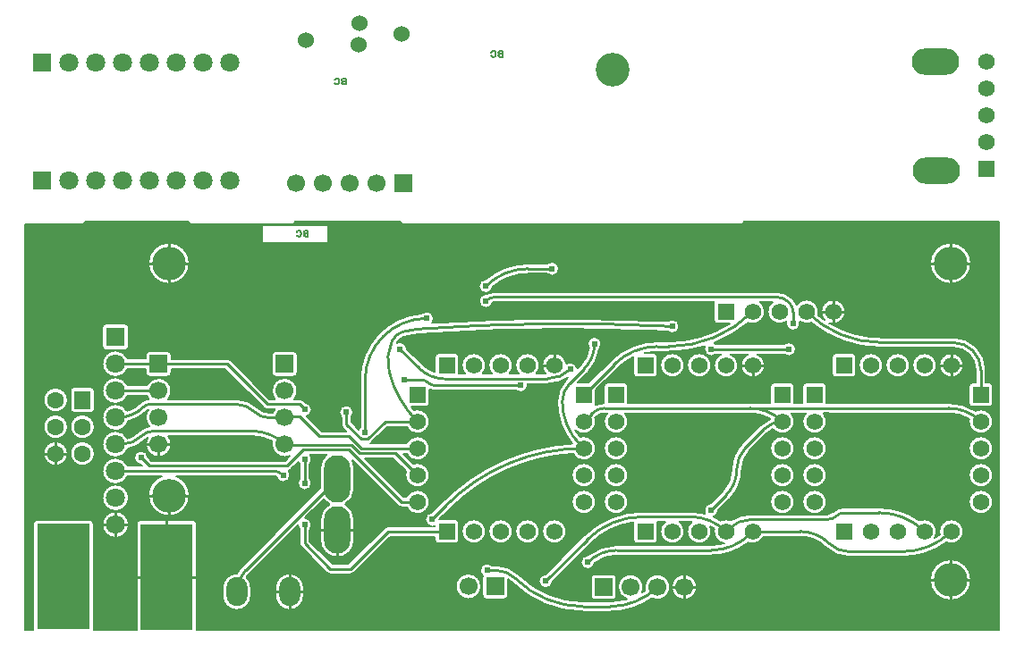
<source format=gbl>
G04 Layer: BottomLayer*
G04 EasyEDA Pro v2.2.28.1, 2024-09-17 23:40:12*
G04 Gerber Generator version 0.3*
G04 Scale: 100 percent, Rotated: No, Reflected: No*
G04 Dimensions in millimeters*
G04 Leading zeros omitted, absolute positions, 3 integers and 5 decimals*
%FSLAX35Y35*%
%MOMM*%
%ADD10C,0.2032*%
%ADD11C,0.254*%
%ADD12C,0.15*%
%ADD13R,1.7X1.7*%
%ADD14C,1.7*%
%ADD15R,1.7X1.7*%
%ADD16O,2.0X2.75*%
%ADD17R,1.7005X1.7*%
%ADD18R,1.7X1.7*%
%ADD19R,1.7X1.7*%
%ADD20R,1.6X1.7*%
%ADD21C,1.6*%
%ADD22O,4.5X2.5*%
%ADD23C,1.5748*%
%ADD24R,1.5748X1.5748*%
%ADD25R,1.5748X1.5748*%
%ADD26R,1.5748X1.5748*%
%ADD27R,1.5748X1.5748*%
%ADD28R,1.8X1.8*%
%ADD29C,1.8*%
%ADD30O,2.5X4.5*%
%ADD31R,5.0X10.0*%
%ADD32C,3.2004*%
%ADD33R,1.8X1.8*%
%ADD34C,1.524*%
%ADD35C,0.61*%
G75*


G04 Copper Start*
G36*
G01X9247886Y3897336D02*
G01X9247886Y35814D01*
G01X1658914Y35814D01*
G01X1658914Y35875D01*
G01X1658914Y35875D01*
G01X1658914Y1035875D01*
G01X1658914Y1035875D01*
G03X1623100Y1071689I-35814J0D01*
G01X1623100Y1071689D01*
G01X1123100Y1071689D01*
G01X1123100Y1071689D01*
G03X1087286Y1035875I0J-35814D01*
G01X1087286Y1035875D01*
G01X1087286Y35875D01*
G01X1087286Y35875D01*
G01X1087286Y35814D01*
G01X680794Y35814D01*
G03X681014Y39775I-35594J3961D01*
G01X681014Y39775D01*
G01X681014Y1039775D01*
G01X681014Y1039775D01*
G03X645200Y1075589I-35814J0D01*
G01X645200Y1075589D01*
G01X145200Y1075589D01*
G01X145200Y1075589D01*
G03X109386Y1039775I0J-35814D01*
G01X109386Y1039775D01*
G01X109386Y39775D01*
G01X109386Y39775D01*
G03X109605Y35814I35814J0D01*
G01X35814Y35814D01*
G01X35814Y3875786D01*
G01X571500Y3875786D01*
G01X571500Y3875786D01*
G03X605843Y3901440I0J35814D01*
G01X1580917Y3901440D01*
G03X1615260Y3875786I34343J10160D01*
G01X1615260Y3875786D01*
G01X2555421Y3875786D01*
G01X2555421Y3875786D01*
G03X2589764Y3901440I0J35814D01*
G01X2882236Y3901440D01*
G03X2893694Y3900672I11458J85046D01*
G03X2905152Y3901440I0J85814D01*
G01X3074540Y3901440D01*
G03X3085998Y3900672I11458J85046D01*
G03X3097456Y3901440I0J85814D01*
G01X3257788Y3901440D01*
G03X3269246Y3900672I11458J85046D01*
G03X3280704Y3901440I0J85814D01*
G01X3450092Y3901440D01*
G03X3461550Y3900672I11458J85046D01*
G03X3473008Y3901440I0J85814D01*
G01X3585157Y3901440D01*
G03X3619500Y3875786I34343J10160D01*
G01X3619500Y3875786D01*
G01X6806359Y3875786D01*
G01X6806359Y3875786D01*
G03X6840701Y3901440I0J35814D01*
G01X8228055Y3901440D01*
G03X8244702Y3897336I16647J31710D01*
G01X8244702Y3897336D01*
G01X9247886Y3897336D01*
G37*
%LPC*%
G36*
G01X1900186Y356200D02*
G03X2036000Y220386I135814J0D01*
G03X2171814Y356200I0J135814D01*
G01X2171814Y356200D01*
G01X2171814Y431200D01*
G01X2171814Y431200D01*
G03X2127277Y531768I-135814J0D01*
G02X2156059Y566425I201507J-138068D01*
G01X2156059Y566425D01*
G01X2613558Y1023924D01*
G03X2631186Y983490I66142J4776D01*
G01X2631186Y850900D01*
G01X2631186Y850900D01*
G03X2645395Y816595I48514J0D01*
G01X2645395Y816595D01*
G01X2886695Y575295D01*
G01X2886695Y575295D01*
G03X2921000Y561086I34305J34305D01*
G01X2921000Y561086D01*
G01X3111500Y561086D01*
G01X3111500Y561086D01*
G03X3145805Y575295I0J48514D01*
G01X3145805Y575295D01*
G01X3487195Y916686D01*
G01X3911346Y916686D01*
G01X3911346Y886460D01*
G01X3911346Y886460D01*
G03X3947160Y850646I35814J0D01*
G01X3947160Y850646D01*
G01X4104640Y850646D01*
G01X4104640Y850646D01*
G03X4140454Y886460I0J35814D01*
G01X4140454Y886460D01*
G01X4140454Y1043940D01*
G01X4140454Y1043940D01*
G03X4104640Y1079754I-35814J0D01*
G01X4104640Y1079754D01*
G01X3954830Y1079754D01*
G01X4054391Y1179315D01*
G01X4054391Y1179315D01*
G02X5218945Y1701160I1266909J-1266909D01*
G03X5321300Y1638046I102355J51440D01*
G03X5435854Y1752600I0J114554D01*
G03X5321300Y1867154I-114554J0D01*
G03X5285347Y1861366I0J-114554D01*
G02X5241454Y1924459I415303J335734D01*
G03X5321300Y1892046I79846J82141D01*
G03X5435854Y2006600I0J114554D01*
G03X5428984Y2045675I-114554J0D01*
G01X5431805Y2048495D01*
G01X5431805Y2048495D01*
G02X5520142Y2085086I88338J-88338D01*
G01X5520142Y2085086D01*
G01X5542658Y2085086D01*
G03X5511546Y2006600I83442J-78486D01*
G03X5626100Y1892046I114554J0D01*
G03X5740654Y2006600I0J114554D01*
G03X5709542Y2085086I-114554J0D01*
G01X6894295Y2085086D01*
G01X6894295Y2085086D01*
G02X7088266Y2032666I0J-385091D01*
G03X6993153Y1969063I112634J-271350D01*
G01X6993153Y1969063D01*
G01X6824598Y1800507D01*
G01X6824598Y1800507D01*
G03X6720586Y1549400I251107J-251107D01*
G02X6636013Y1345222I-288752J0D01*
G01X6636013Y1345222D01*
G01X6525464Y1234673D01*
G03X6461486Y1168400I2336J-66273D01*
G03X6470976Y1134216I66314J0D01*
G03X6330234Y1153414I-140741J-506281D01*
G01X6330234Y1153414D01*
G01X5880100Y1153414D01*
G01X5880100Y1153414D01*
G03X5319111Y921045I0J-793358D01*
G01X5319111Y921045D01*
G01X4958186Y560119D01*
G03X4894208Y493846I2336J-66273D01*
G03X4960522Y427532I66314J0D01*
G03X5026795Y491510I0J66314D01*
G01X5387720Y852436D01*
G01X5387721Y852436D01*
G02X5791597Y1050739I492379J-492379D01*
G03X5790946Y1043940I35163J-6799D01*
G01X5790946Y1043940D01*
G01X5790946Y886460D01*
G01X5790946Y886460D01*
G03X5826760Y850646I35814J0D01*
G01X5826760Y850646D01*
G01X5984240Y850646D01*
G01X5984240Y850646D01*
G03X6020054Y886460I0J35814D01*
G01X6020054Y886460D01*
G01X6020054Y1043940D01*
G01X6020054Y1043940D01*
G03X6017822Y1056386I-35814J0D01*
G01X6090162Y1056386D01*
G03X6044946Y965200I69338J-91186D01*
G03X6159500Y850646I114554J0D01*
G03X6274054Y965200I0J114554D01*
G03X6228838Y1056386I-114554J0D01*
G01X6330234Y1056386D01*
G01X6330234Y1056386D01*
G02X6343877Y1056169I0J-428451D01*
G03X6298946Y965200I69623J-90969D01*
G03X6413500Y850646I114554J0D01*
G03X6528054Y965200I0J114554D01*
G03X6517460Y1013314I-114554J0D01*
G02X6556125Y992001I-187226J-385379D01*
G01X6556125Y992001D01*
G03X6552946Y965200I111375J-26801D01*
G03X6650021Y851987I114554J0D01*
G01X6650021Y851987D01*
G02X6527800Y835914I-122221J456641D01*
G01X6527800Y835914D01*
G01X5635345Y835914D01*
G01X5635345Y835914D01*
G03X5360794Y739399I0J-438759D01*
G01X5360794Y739399D01*
G01X5359400Y739414D01*
G03X5293086Y673100I0J-66314D01*
G03X5359400Y606786I66314J0D01*
G03X5425414Y666802I0J66314D01*
G01X5425414Y666802D01*
G02X5635345Y738886I209930J-269646D01*
G01X5635345Y738886D01*
G01X6527800Y738886D01*
G01X6527800Y738886D01*
G03X6878004Y859225I0J569743D01*
G01X6878004Y859225D01*
G03X6921500Y850646I43496J105975D01*
G03X7025274Y916686I0J114554D01*
G01X7369455Y916686D01*
G01X7369455Y916686D01*
G02X7611095Y816595I0J-341731D01*
G03X7829363Y726186I218268J218268D01*
G01X7829363Y726186D01*
G01X8341192Y726186D01*
G01X8341192Y726186D01*
G03X8753710Y860908I0J698922D01*
G01X8753710Y860908D01*
G03X8801100Y850646I47390J104292D01*
G03X8915654Y965200I0J114554D01*
G03X8801100Y1079754I-114554J0D01*
G03X8686546Y965200I0J-114554D01*
G03X8690595Y935012I114554J0D01*
G01X8690595Y935012D01*
G02X8644808Y905403I-349403J490095D01*
G01X8644808Y905403D01*
G03X8661654Y965200I-97708J59797D01*
G03X8547100Y1079754I-114554J0D01*
G03X8499136Y1069229I0J-114554D01*
G03X8117853Y1191514I-381283J-533276D01*
G01X8117853Y1191514D01*
G01X7782921Y1191514D01*
G01X7782921Y1191514D01*
G03X7687295Y1151905I0J-135235D01*
G01X7687295Y1151905D01*
G02X7629618Y1128014I-57677J57677D01*
G01X7629618Y1128014D01*
G01X6908800Y1128014D01*
G01X6908800Y1128014D01*
G03X6714068Y1069861I0J-355119D01*
G01X6714068Y1069861D01*
G03X6667500Y1079754I-46568J-104661D01*
G03X6617216Y1068128I0J-114554D01*
G03X6549182Y1105628I-286982J-440193D01*
G03X6594073Y1166064I-21382J62772D01*
G01X6594073Y1166064D01*
G01X6704622Y1276613D01*
G01X6704622Y1276613D01*
G03X6817614Y1549400I-272787J272787D01*
G01X6817614Y1549400D01*
G02X6893207Y1731898I258091J0D01*
G01X6893207Y1731898D01*
G01X7061763Y1900453D01*
G01X7061763Y1900453D01*
G02X7110583Y1936134I139137J-139137D01*
G03X7200900Y1892046I90317J70466D01*
G03X7315454Y2006600I0J114554D01*
G03X7284342Y2085086I-114554J0D01*
G01X7422258Y2085086D01*
G03X7391146Y2006600I83442J-78486D01*
G03X7505700Y1892046I114554J0D01*
G03X7620254Y2006600I0J114554D01*
G03X7589142Y2085086I-114554J0D01*
G01X8773895Y2085086D01*
G01X8773895Y2085086D01*
G02X8968822Y2032107I0J-385091D01*
G01X8968822Y2032107D01*
G03X8965946Y2006600I111678J-25507D01*
G03X9080500Y1892046I114554J0D01*
G03X9195054Y2006600I0J114554D01*
G03X9080500Y2121154I-114554J0D01*
G03X9029148Y2108999I0J-114554D01*
G03X8773895Y2182114I-255253J-409004D01*
G01X8773895Y2182114D01*
G01X7620254Y2182114D01*
G01X7620254Y2339340D01*
G01X7620254Y2339340D01*
G03X7584440Y2375154I-35814J0D01*
G01X7584440Y2375154D01*
G01X7426960Y2375154D01*
G01X7426960Y2375154D01*
G03X7391146Y2339340I0J-35814D01*
G01X7391146Y2339340D01*
G01X7391146Y2182114D01*
G01X7315454Y2182114D01*
G01X7315454Y2339340D01*
G01X7315454Y2339340D01*
G03X7279640Y2375154I-35814J0D01*
G01X7279640Y2375154D01*
G01X7122160Y2375154D01*
G01X7122160Y2375154D01*
G03X7086346Y2339340I0J-35814D01*
G01X7086346Y2339340D01*
G01X7086346Y2182114D01*
G01X6894295Y2182114D01*
G01X6894295Y2182114D01*
G01X5740654Y2182114D01*
G01X5740654Y2339340D01*
G01X5740654Y2339340D01*
G03X5704840Y2375154I-35814J0D01*
G01X5704840Y2375154D01*
G01X5547360Y2375154D01*
G01X5547360Y2375154D01*
G03X5511546Y2339340I0J-35814D01*
G01X5511546Y2339340D01*
G01X5511546Y2181947D01*
G03X5430654Y2163275I8596J-221790D01*
G03X5435854Y2181860I-30614J18585D01*
G01X5435854Y2181860D01*
G01X5435854Y2306545D01*
G01X5642180Y2512871D01*
G01X5642180Y2512871D01*
G02X5790946Y2617765I377620J-377620D01*
G01X5790946Y2461260D01*
G01X5790946Y2461260D01*
G03X5826760Y2425446I35814J0D01*
G01X5826760Y2425446D01*
G01X5984240Y2425446D01*
G01X5984240Y2425446D01*
G03X6020054Y2461260I0J35814D01*
G01X6020054Y2461260D01*
G01X6020054Y2618740D01*
G01X6020054Y2618740D01*
G03X5984240Y2654554I-35814J0D01*
G01X5984240Y2654554D01*
G01X5895229Y2654554D01*
G02X6019800Y2669286I124570J-519304D01*
G01X6019800Y2669286D01*
G01X6124327Y2669286D01*
G01X6124327Y2669286D01*
G03X6467760Y2720556I0J1175887D01*
G01X6467760Y2720556D01*
G03X6461486Y2692400I60040J-28156D01*
G03X6527800Y2626086I66314J0D01*
G03X6573010Y2643886I0J66314D01*
G01X6619227Y2643886D01*
G03X6552946Y2540000I48273J-103886D01*
G03X6667500Y2425446I114554J0D01*
G03X6782054Y2540000I0J114554D01*
G03X6715773Y2643886I-114554J0D01*
G01X6873227Y2643886D01*
G03X6806946Y2540000I48273J-103886D01*
G03X6921500Y2425446I114554J0D01*
G03X7036054Y2540000I0J114554D01*
G03X6969773Y2643886I-114554J0D01*
G01X7219190Y2643886D01*
G03X7264400Y2626086I45210J48514D01*
G03X7330714Y2692400I0J66314D01*
G03X7264400Y2758714I-66314J0D01*
G03X7219190Y2740914I0J-66314D01*
G01X6573010Y2740914D01*
G03X6557177Y2751852I-45210J-48514D01*
G01X6557177Y2751852D01*
G03X6877562Y2942207I-432850J1093321D01*
G01X6877562Y2942207D01*
G03X6921500Y2933446I43938J105793D01*
G03X7036054Y3048000I0J114554D01*
G03X6990838Y3139186I-114554J0D01*
G01X7106162Y3139186D01*
G03X7060946Y3048000I69338J-91186D01*
G03X7175500Y2933446I114554J0D01*
G03X7238942Y2952618I0J114554D01*
G01X7238942Y2952618D01*
G03X7236186Y2933700I63558J-18918D01*
G03X7302500Y2867386I66314J0D01*
G03X7368814Y2933700I0J66314D01*
G03X7366058Y2952618I-66314J0D01*
G01X7366058Y2952618D01*
G03X7429500Y2933446I63442J95382D01*
G03X7474059Y2942467I0J114554D01*
G03X8134692Y2707386I660633J810724D01*
G01X8134692Y2707386D01*
G01X8820337Y2707386D01*
G01X8820337Y2707386D01*
G02X8969995Y2645395I0J-211649D01*
G01X8969995Y2645395D01*
G02X9031986Y2495737I-149658J-149658D01*
G01X9031986Y2495737D01*
G01X9031986Y2375154D01*
G01X9001760Y2375154D01*
G01X9001760Y2375154D01*
G03X8965946Y2339340I0J-35814D01*
G01X8965946Y2339340D01*
G01X8965946Y2181860D01*
G01X8965946Y2181860D01*
G03X9001760Y2146046I35814J0D01*
G01X9001760Y2146046D01*
G01X9159240Y2146046D01*
G01X9159240Y2146046D01*
G03X9195054Y2181860I0J35814D01*
G01X9195054Y2181860D01*
G01X9195054Y2339340D01*
G01X9195054Y2339340D01*
G03X9159240Y2375154I-35814J0D01*
G01X9159240Y2375154D01*
G01X9129014Y2375154D01*
G01X9129014Y2495737D01*
G01X9129014Y2495737D01*
G03X9038605Y2714005I-308677J0D01*
G01X9038605Y2714005D01*
G03X8820337Y2804414I-218268J-218268D01*
G01X8820337Y2804414D01*
G01X8134692Y2804414D01*
G01X8134692Y2804414D01*
G02X7646752Y2939500I0J948778D01*
G01X7646752Y2939500D01*
G03X7683500Y2933446I36748J108500D01*
G03X7798054Y3048000I0J114554D01*
G03X7683500Y3162554I-114554J0D01*
G03X7568946Y3048000I0J-114554D01*
G03X7600388Y2969164I114554J0D01*
G01X7600388Y2969164D01*
G02X7539093Y3014652I534304J784028D01*
G01X7539093Y3014652D01*
G03X7544054Y3048000I-109593J33348D01*
G03X7429500Y3162554I-114554J0D01*
G03X7336650Y3115093I0J-114554D01*
G03X7298705Y3171205I-164231J-70174D01*
G01X7298705Y3171205D01*
G03X7141758Y3236214I-156947J-156947D01*
G01X7141758Y3236214D01*
G01X4486182Y3236214D01*
G01X4486182Y3236214D01*
G03X4402495Y3215393I0J-178596D01*
G03X4394200Y3215914I-8295J-65793D01*
G03X4327886Y3149600I0J-66314D01*
G03X4394200Y3083286I66314J0D01*
G03X4458757Y3134438I0J66314D01*
G02X4486182Y3139186I27424J-76819D01*
G01X4486182Y3139186D01*
G01X6555178Y3139186D01*
G03X6552946Y3126740I33582J-12446D01*
G01X6552946Y3126740D01*
G01X6552946Y2969260D01*
G01X6552946Y2969260D01*
G03X6588760Y2933446I35814J0D01*
G01X6588760Y2933446D01*
G01X6701120Y2933446D01*
G02X6124327Y2766314I-576794J911727D01*
G01X6124327Y2766314D01*
G01X6019800Y2766314D01*
G01X6019800Y2766314D01*
G03X5573571Y2581480I0J-631064D01*
G01X5573571Y2581480D01*
G01X5367245Y2375154D01*
G01X5263163Y2375154D01*
G01X5358422Y2470412D01*
G01X5358422Y2470413D01*
G03X5468384Y2694943I-272787J272788D01*
G01X5468384Y2694943D01*
G03X5489214Y2743200I-45484J48257D01*
G03X5422900Y2809514I-66314J0D01*
G03X5356586Y2743200I0J-66314D01*
G03X5371356Y2701478I66314J0D01*
G02X5289813Y2539022I-285722J41722D01*
G01X5289813Y2539022D01*
G01X5260189Y2509398D01*
G03X5194300Y2568214I-65889J-7498D01*
G03X5155387Y2555597I0J-66314D01*
G03X5041900Y2654554I-113487J-15597D01*
G03X4927346Y2540000I0J-114554D01*
G03X4958458Y2461514I114554J0D01*
G01X4871342Y2461514D01*
G03X4902454Y2540000I-83442J78486D01*
G03X4787900Y2654554I-114554J0D01*
G03X4673346Y2540000I0J-114554D01*
G03X4704458Y2461514I114554J0D01*
G01X4617342Y2461514D01*
G03X4648454Y2540000I-83442J78486D01*
G03X4533900Y2654554I-114554J0D01*
G03X4419346Y2540000I0J-114554D01*
G03X4450458Y2461514I114554J0D01*
G01X4363342Y2461514D01*
G03X4394454Y2540000I-83442J78486D01*
G03X4279900Y2654554I-114554J0D01*
G03X4165346Y2540000I0J-114554D01*
G03X4196458Y2461514I114554J0D01*
G01X4140454Y2461514D01*
G01X4140454Y2618740D01*
G01X4140454Y2618740D01*
G03X4104640Y2654554I-35814J0D01*
G01X4104640Y2654554D01*
G01X3947160Y2654554D01*
G01X3947160Y2654554D01*
G03X3911346Y2618740I0J-35814D01*
G01X3911346Y2618740D01*
G01X3911346Y2475622D01*
G02X3796322Y2546087I89154J274644D01*
G01X3796322Y2546087D01*
G01X3647673Y2694736D01*
G03X3581400Y2758714I-66273J-2336D01*
G03X3550550Y2751101I0J-66314D01*
G02X3620552Y2810976I102007J-48402D01*
G01X3620552Y2810976D01*
G02X3750005Y2834513I173727J-587736D01*
G01X3750005Y2834513D01*
G01X3750005Y2834513D01*
G02X5158314Y2885448I1408310J-19443771D01*
G01X5158314Y2885448D01*
G02X6111917Y2862111I0J-19494706D01*
G01X6111917Y2862111D01*
G03X6159500Y2841986I47583J46189D01*
G03X6225814Y2908300I0J66314D01*
G03X6159500Y2974614I-66314J0D01*
G03X6116776Y2959017I0J-66314D01*
G03X5158314Y2982476I-958462J-19568275D01*
G01X5158314Y2982476D01*
G03X3885530Y2941089I0J-19591734D01*
G01X3885530Y2941089D01*
G03X3901714Y2984500I-50130J43411D01*
G03X3835400Y3050814I-66314J0D01*
G03X3788383Y3031265I0J-66314D01*
G03X3202686Y2400300I47017J-630965D01*
G01X3202686Y2400300D01*
G01X3202686Y1950210D01*
G03X3190811Y1932399I48514J-45210D01*
G01X3121914Y2001295D01*
G01X3121914Y2050290D01*
G03X3139714Y2095500I-48514J45210D01*
G03X3073400Y2161814I-66314J0D01*
G03X3007086Y2095500I0J-66314D01*
G03X3024886Y2050290I66314J0D01*
G01X3024886Y1981200D01*
G01X3024886Y1981200D01*
G03X3039095Y1946895I48514J0D01*
G01X3039095Y1946895D01*
G01X3070577Y1915414D01*
G01X2839495Y1915414D01*
G01X2697804Y2057105D01*
G03X2746014Y2120900I-18104J63795D01*
G03X2682036Y2187173I-66314J0D01*
G01X2663205Y2206005D01*
G01X2663205Y2206005D01*
G03X2628900Y2220214I-34305J-34305D01*
G01X2628900Y2220214D01*
G01X2581047Y2220214D01*
G03X2610014Y2298700I-91847J78486D01*
G03X2489200Y2419514I-120814J0D01*
G03X2368386Y2298700I0J-120814D01*
G03X2397353Y2220214I120814J0D01*
G01X2344195Y2220214D01*
G01X1977405Y2587005D01*
G01X1977405Y2587005D01*
G03X1943100Y2601214I-34305J-34305D01*
G01X1943100Y2601214D01*
G01X1416214Y2601214D01*
G01X1416214Y2637700D01*
G01X1416214Y2637700D01*
G03X1380400Y2673514I-35814J0D01*
G01X1380400Y2673514D01*
G01X1210400Y2673514D01*
G01X1210400Y2673514D01*
G03X1174586Y2637700I0J-35814D01*
G01X1174586Y2637700D01*
G01X1174586Y2602245D01*
G01X1005396Y2602245D01*
G03X889312Y2679545I-116084J-48514D01*
G03X763498Y2553731I0J-125814D01*
G03X889312Y2427917I125814J0D01*
G03X1005396Y2505217I0J125814D01*
G01X1174586Y2505217D01*
G01X1174586Y2467700D01*
G01X1174586Y2467700D01*
G03X1210400Y2431886I35814J0D01*
G01X1210400Y2431886D01*
G01X1380400Y2431886D01*
G01X1380400Y2431886D01*
G03X1416214Y2467700I0J35814D01*
G01X1416214Y2467700D01*
G01X1416214Y2504186D01*
G01X1923005Y2504186D01*
G01X2289795Y2137395D01*
G01X2289795Y2137395D01*
G03X2324100Y2123186I34305J34305D01*
G01X2324100Y2123186D01*
G01X2397353Y2123186D01*
G03X2378555Y2093214I91847J-78486D01*
G01X2332442Y2093214D01*
G01X2332442Y2093214D01*
G02X2244105Y2129805I0J124928D01*
G01X2244105Y2129805D01*
G03X2025837Y2220214I-218268J-218268D01*
G01X2025837Y2220214D01*
G01X1387247Y2220214D01*
G03X1416214Y2298700I-91847J78486D01*
G03X1295400Y2419514I-120814J0D01*
G03X1185213Y2348245I0J-120814D01*
G01X1005396Y2348245D01*
G03X889312Y2425545I-116084J-48514D01*
G03X763498Y2299731I0J-125814D01*
G03X889312Y2173917I125814J0D01*
G03X1005396Y2251217I0J125814D01*
G01X1184308Y2251217D01*
G03X1204086Y2219594I111092J47483D01*
G03X1121395Y2180605I12935J-134615D01*
G01X1121395Y2180605D01*
G02X999125Y2107133I-208490J208490D01*
G03X889312Y2171545I-109813J-61402D01*
G03X763498Y2045731I0J-125814D01*
G03X889312Y1919917I125814J0D01*
G03X1009758Y2009374I0J125814D01*
G03X1190005Y2111995I-96853J379720D01*
G01X1190005Y2111995D01*
G02X1200454Y2119407I27016J-27016D01*
G03X1174586Y2044700I94946J-74707D01*
G03X1207741Y1961563I120814J0D01*
G03X1095995Y1901205I45201J-217305D01*
G01X1095995Y1901205D01*
G02X1002231Y1847213I-147169J147169D01*
G03X889312Y1917545I-112919J-55482D01*
G03X763498Y1791731I0J-125814D01*
G03X889312Y1665917I125814J0D01*
G03X1007623Y1748935I0J125814D01*
G03X1164605Y1832595I-58797J299439D01*
G01X1164605Y1832595D01*
G02X1192117Y1853379I88338J-88338D01*
G03X1174586Y1790700I103283J-62679D01*
G03X1295400Y1669886I120814J0D01*
G03X1416214Y1790700I0J120814D01*
G03X1387247Y1869186I-120814J0D01*
G01X2181705Y1869186D01*
G02X2371980Y1819947I-17277J-459024D01*
G01X2371980Y1819947D01*
G03X2368386Y1790700I117220J-29247D01*
G03X2489200Y1669886I120814J0D01*
G03X2539217Y1680726I0J120814D01*
G01X2494505Y1636014D01*
G01X1226595Y1636014D01*
G01X1196573Y1666036D01*
G03X1130300Y1730014I-66273J-2336D01*
G03X1063986Y1663700I0J-66314D01*
G03X1127964Y1597427I66314J0D01*
G01X1139146Y1586245D01*
G01X1005396Y1586245D01*
G03X889312Y1663545I-116084J-48514D01*
G03X763498Y1537731I0J-125814D01*
G03X889312Y1411917I125814J0D01*
G03X1005396Y1489217I0J125814D01*
G01X1323574Y1489217D01*
G03X1197816Y1306350I70076J-182867D01*
G03X1393650Y1110516I195834J0D01*
G03X1589484Y1306350I0J195834D01*
G03X1463726Y1489217I-195834J0D01*
G01X2382029Y1489217D01*
G01X2382029Y1489217D01*
G02X2411854Y1483819I0J-85088D01*
G01X2411854Y1483819D01*
G03X2476500Y1432286I64646J14781D01*
G03X2542814Y1498600I0J66314D01*
G03X2527670Y1540780I-66314J0D01*
G03X2548905Y1553195I-13070J46720D01*
G01X2548905Y1553195D01*
G01X2619311Y1623601D01*
G03X2631186Y1605790I60389J27399D01*
G01X2631186Y1467610D01*
G03X2613386Y1422400I48514J-45210D01*
G03X2679700Y1356086I66314J0D01*
G03X2746014Y1422400I0J66314D01*
G03X2728214Y1467610I-66314J0D01*
G01X2728214Y1605790D01*
G03X2746014Y1651000I-48514J45210D01*
G03X2732298Y1691386I-66314J0D01*
G01X2886125Y1691386D01*
G03X2827086Y1566875I101775J-124511D01*
G01X2827086Y1566875D01*
G01X2827086Y1374670D01*
G01X2087450Y635034D01*
G01X2087450Y635034D01*
G03X2034763Y567008I241334J-241334D01*
G01X2034763Y567008D01*
G03X1900186Y431200I1237J-135808D01*
G01X1900186Y431200D01*
G01X1900186Y356200D01*
G01X1900186Y356200D01*
G37*
G36*
G01X4639295Y486395D02*
G03X5317471Y205486I678175J678175D01*
G01X5317471Y205486D01*
G01X5571402Y205486D01*
G01X5571402Y205486D01*
G03X5965261Y330918I-0J681078D01*
G03X6018693Y318460I53432J108356D01*
G03X6139506Y439274I0J120814D01*
G03X6018693Y560088I-120814J0D01*
G03X5897879Y439274I0J-120814D01*
G03X5902680Y405555I120814J0D01*
G02X5873463Y386690I-331278J481009D01*
G03X5885506Y439274I-108770J52584D01*
G03X5764693Y560088I-120814J0D01*
G03X5643879Y439274I0J-120814D01*
G03X5728449Y324025I120814J0D01*
G02X5571402Y302514I-157047J562540D01*
G01X5571402Y302514D01*
G01X5317471Y302514D01*
G01X5317471Y302514D01*
G02X4707905Y555005I0J862057D01*
G03X4489637Y645414I-218268J-218268D01*
G01X4489637Y645414D01*
G01X4452110Y645414D01*
G03X4406900Y663214I-45210J-48514D01*
G03X4340586Y596900I0J-66314D01*
G03X4365761Y544889I66314J0D01*
G03X4362286Y529500I32339J-15389D01*
G01X4362286Y529500D01*
G01X4362286Y359500D01*
G01X4362286Y359500D01*
G03X4398100Y323686I35814J0D01*
G01X4398100Y323686D01*
G01X4568100Y323686D01*
G01X4568100Y323686D01*
G03X4603914Y359500I0J35814D01*
G01X4603914Y359500D01*
G01X4603914Y514883D01*
G02X4639295Y486395I-114277J-178146D01*
G37*
G36*
G01X4327886Y3289300D02*
G03X4394200Y3222986I66314J0D01*
G03X4460322Y3284254I0J66314D01*
G01X4460322Y3284254D01*
G02X4793608Y3406226I333286J-394362D01*
G01X4793608Y3406226D01*
G01X4976236Y3406226D01*
G03X5021446Y3388426I45210J48514D01*
G03X5087760Y3454740I0J66314D01*
G03X5021446Y3521054I-66314J0D01*
G03X4976236Y3503254I0J-66314D01*
G01X4793608Y3503254D01*
G01X4793608Y3503254D01*
G03X4394463Y3355614I0J-613362D01*
G01X4394463Y3355614D01*
G01X4394200Y3355614D01*
G03X4327886Y3289300I0J-66314D01*
G37*
G36*
G01X8793650Y310516D02*
G03X8989484Y506350I0J195834D01*
G03X8793650Y702184I-195834J0D01*
G03X8597816Y506350I0J-195834D01*
G03X8793650Y310516I195834J0D01*
G37*
G36*
G01X8597816Y3506350D02*
G03X8793650Y3310516I195834J0D01*
G03X8989484Y3506350I0J195834D01*
G03X8793650Y3702184I-195834J0D01*
G03X8597816Y3506350I0J-195834D01*
G37*
G36*
G01X1197816Y3506350D02*
G03X1393650Y3310516I195834J0D01*
G03X1589484Y3506350I0J195834D01*
G03X1393650Y3702184I-195834J0D01*
G03X1197816Y3506350I0J-195834D01*
G37*
G36*
G01X2593992Y3698215D02*
G03X2598032Y3697986I4040J35585D01*
G01X2598032Y3697986D01*
G01X2717800Y3697986D01*
G01X2717800Y3697986D01*
G03X2721840Y3698215I0J35814D01*
G01X2895600Y3698215D01*
G01X2895600Y3698215D01*
G03X2905785Y3708400I0J10185D01*
G01X2905785Y3708400D01*
G01X2905785Y3860800D01*
G01X2905785Y3860800D01*
G03X2895600Y3870985I-10185J0D01*
G01X2895600Y3870985D01*
G01X2286000Y3870985D01*
G01X2286000Y3870985D01*
G03X2275815Y3860800I0J-10185D01*
G01X2275815Y3860800D01*
G01X2275815Y3708400D01*
G01X2275815Y3708400D01*
G03X2286000Y3698215I10185J0D01*
G01X2286000Y3698215D01*
G01X2593992Y3698215D01*
G37*
G36*
G01X2536000Y220386D02*
G03X2671814Y356200I0J135814D01*
G01X2671814Y356200D01*
G01X2671814Y431200D01*
G01X2671814Y431200D01*
G03X2536000Y567014I-135814J0D01*
G03X2400186Y431200I0J-135814D01*
G01X2400186Y431200D01*
G01X2400186Y356200D01*
G01X2400186Y356200D01*
G03X2536000Y220386I135814J0D01*
G37*
G36*
G01X979312Y2681917D02*
G03X1015126Y2717731I0J35814D01*
G01X1015126Y2717731D01*
G01X1015126Y2897731D01*
G01X1015126Y2897731D01*
G03X979312Y2933545I-35814J0D01*
G01X979312Y2933545D01*
G01X799312Y2933545D01*
G01X799312Y2933545D01*
G03X763498Y2897731I0J-35814D01*
G01X763498Y2897731D01*
G01X763498Y2717731D01*
G01X763498Y2717731D01*
G03X799312Y2681917I35814J0D01*
G01X799312Y2681917D01*
G01X979312Y2681917D01*
G01X979312Y2681917D01*
G37*
G36*
G01X889312Y903917D02*
G03X1015126Y1029731I0J125814D01*
G03X889312Y1155545I-125814J0D01*
G03X763498Y1029731I0J-125814D01*
G03X889312Y903917I125814J0D01*
G37*
G36*
G01X889312Y1157917D02*
G03X1015126Y1283731I0J125814D01*
G03X889312Y1409545I-125814J0D01*
G03X763498Y1283731I0J-125814D01*
G03X889312Y1157917I125814J0D01*
G37*
G36*
G01X2368386Y2467700D02*
G03X2404200Y2431886I35814J0D01*
G01X2404200Y2431886D01*
G01X2574200Y2431886D01*
G01X2574200Y2431886D01*
G03X2610014Y2467700I0J35814D01*
G01X2610014Y2467700D01*
G01X2610014Y2637700D01*
G01X2610014Y2637700D01*
G03X2574200Y2673514I-35814J0D01*
G01X2574200Y2673514D01*
G01X2404200Y2673514D01*
G01X2404200Y2673514D01*
G03X2368386Y2637700I0J-35814D01*
G01X2368386Y2637700D01*
G01X2368386Y2467700D01*
G01X2368386Y2467700D01*
G37*
G36*
G01X5595692Y318460D02*
G03X5631506Y354274I0J35814D01*
G01X5631506Y354274D01*
G01X5631506Y524274D01*
G01X5631506Y524274D01*
G03X5595692Y560088I-35814J0D01*
G01X5595692Y560088D01*
G01X5425693Y560088D01*
G01X5425693Y560088D01*
G03X5389879Y524274I0J-35814D01*
G01X5389879Y524274D01*
G01X5389879Y354274D01*
G01X5389879Y354274D01*
G03X5425693Y318460I35814J0D01*
G01X5425693Y318460D01*
G01X5595692Y318460D01*
G01X5595692Y318460D01*
G37*
G36*
G01X4229100Y323686D02*
G03X4349914Y444500I0J120814D01*
G03X4229100Y565314I-120814J0D01*
G03X4108286Y444500I0J-120814D01*
G03X4229100Y323686I120814J0D01*
G37*
G36*
G01X6151879Y439274D02*
G03X6272693Y318460I120814J0D01*
G03X6393506Y439274I0J120814D01*
G03X6272693Y560088I-120814J0D01*
G03X6151879Y439274I0J-120814D01*
G37*
G36*
G01X459897Y2126485D02*
G03X495711Y2090671I35814J0D01*
G01X495711Y2090671D01*
G01X655711Y2090671D01*
G01X655711Y2090671D01*
G03X691525Y2126485I0J35814D01*
G01X691525Y2126485D01*
G01X691525Y2296485D01*
G01X691525Y2296485D01*
G03X655711Y2332299I-35814J0D01*
G01X655711Y2332299D01*
G01X495711Y2332299D01*
G01X495711Y2332299D01*
G03X459897Y2296485I0J-35814D01*
G01X459897Y2296485D01*
G01X459897Y2126485D01*
G01X459897Y2126485D01*
G37*
G36*
G01X205897Y1703485D02*
G03X321711Y1587671I115814J0D01*
G03X437525Y1703485I0J115814D01*
G03X321711Y1819299I-115814J0D01*
G03X205897Y1703485I0J-115814D01*
G37*
G36*
G01X459897Y1957485D02*
G03X575711Y1841671I115814J0D01*
G03X691525Y1957485I0J115814D01*
G03X575711Y2073299I-115814J0D01*
G03X459897Y1957485I0J-115814D01*
G37*
G36*
G01X575711Y1587671D02*
G03X691525Y1703485I0J115814D01*
G03X575711Y1819299I-115814J0D01*
G03X459897Y1703485I0J-115814D01*
G03X575711Y1587671I115814J0D01*
G37*
G36*
G01X321711Y1841671D02*
G03X437525Y1957485I0J115814D01*
G03X321711Y2073299I-115814J0D01*
G03X205897Y1957485I0J-115814D01*
G03X321711Y1841671I115814J0D01*
G37*
G36*
G01X321711Y2095671D02*
G03X437525Y2211485I0J115814D01*
G03X321711Y2327299I-115814J0D01*
G03X205897Y2211485I0J-115814D01*
G03X321711Y2095671I115814J0D01*
G37*
G36*
G01X8178546Y2540000D02*
G03X8293100Y2425446I114554J0D01*
G03X8407654Y2540000I0J114554D01*
G03X8293100Y2654554I-114554J0D01*
G03X8178546Y2540000I0J-114554D01*
G37*
G36*
G01X7924546Y2540000D02*
G03X8039100Y2425446I114554J0D01*
G03X8153654Y2540000I0J114554D01*
G03X8039100Y2654554I-114554J0D01*
G03X7924546Y2540000I0J-114554D01*
G37*
G36*
G01X8547100Y2425446D02*
G03X8661654Y2540000I0J114554D01*
G03X8547100Y2654554I-114554J0D01*
G03X8432546Y2540000I0J-114554D01*
G03X8547100Y2425446I114554J0D01*
G37*
G36*
G01X7863840Y2425446D02*
G03X7899654Y2461260I0J35814D01*
G01X7899654Y2461260D01*
G01X7899654Y2618740D01*
G01X7899654Y2618740D01*
G03X7863840Y2654554I-35814J0D01*
G01X7863840Y2654554D01*
G01X7706360Y2654554D01*
G01X7706360Y2654554D01*
G03X7670546Y2618740I0J-35814D01*
G01X7670546Y2618740D01*
G01X7670546Y2461260D01*
G01X7670546Y2461260D01*
G03X7706360Y2425446I35814J0D01*
G01X7706360Y2425446D01*
G01X7863840Y2425446D01*
G01X7863840Y2425446D01*
G37*
G36*
G01X6044946Y2540000D02*
G03X6159500Y2425446I114554J0D01*
G03X6274054Y2540000I0J114554D01*
G03X6159500Y2654554I-114554J0D01*
G03X6044946Y2540000I0J-114554D01*
G37*
G36*
G01X8686546Y2540000D02*
G03X8801100Y2425446I114554J0D01*
G03X8915654Y2540000I0J114554D01*
G03X8801100Y2654554I-114554J0D01*
G03X8686546Y2540000I0J-114554D01*
G37*
G36*
G01X6413500Y2425446D02*
G03X6528054Y2540000I0J114554D01*
G03X6413500Y2654554I-114554J0D01*
G03X6298946Y2540000I0J-114554D01*
G03X6413500Y2425446I114554J0D01*
G37*
G36*
G01X4927346Y965200D02*
G03X5041900Y850646I114554J0D01*
G03X5156454Y965200I0J114554D01*
G03X5041900Y1079754I-114554J0D01*
G03X4927346Y965200I0J-114554D01*
G37*
G36*
G01X7086346Y1498600D02*
G03X7200900Y1384046I114554J0D01*
G03X7315454Y1498600I0J114554D01*
G03X7200900Y1613154I-114554J0D01*
G03X7086346Y1498600I0J-114554D01*
G37*
G36*
G01X5511546Y1498600D02*
G03X5626100Y1384046I114554J0D01*
G03X5740654Y1498600I0J114554D01*
G03X5626100Y1613154I-114554J0D01*
G03X5511546Y1498600I0J-114554D01*
G37*
G36*
G01X5511546Y1752600D02*
G03X5626100Y1638046I114554J0D01*
G03X5740654Y1752600I0J114554D01*
G03X5626100Y1867154I-114554J0D01*
G03X5511546Y1752600I0J-114554D01*
G37*
G36*
G01X7086346Y1752600D02*
G03X7200900Y1638046I114554J0D01*
G03X7315454Y1752600I0J114554D01*
G03X7200900Y1867154I-114554J0D01*
G03X7086346Y1752600I0J-114554D01*
G37*
G36*
G01X8965946Y1752600D02*
G03X9080500Y1638046I114554J0D01*
G03X9195054Y1752600I0J114554D01*
G03X9080500Y1867154I-114554J0D01*
G03X8965946Y1752600I0J-114554D01*
G37*
G36*
G01X5321300Y1384046D02*
G03X5435854Y1498600I0J114554D01*
G03X5321300Y1613154I-114554J0D01*
G03X5206746Y1498600I0J-114554D01*
G03X5321300Y1384046I114554J0D01*
G37*
G36*
G01X7200900Y1130046D02*
G03X7315454Y1244600I0J114554D01*
G03X7200900Y1359154I-114554J0D01*
G03X7086346Y1244600I0J-114554D01*
G03X7200900Y1130046I114554J0D01*
G37*
G36*
G01X7505700Y1130046D02*
G03X7620254Y1244600I0J114554D01*
G03X7505700Y1359154I-114554J0D01*
G03X7391146Y1244600I0J-114554D01*
G03X7505700Y1130046I114554J0D01*
G37*
G36*
G01X5511546Y1244600D02*
G03X5626100Y1130046I114554J0D01*
G03X5740654Y1244600I0J114554D01*
G03X5626100Y1359154I-114554J0D01*
G03X5511546Y1244600I0J-114554D01*
G37*
G36*
G01X8965946Y1498600D02*
G03X9080500Y1384046I114554J0D01*
G03X9195054Y1498600I0J114554D01*
G03X9080500Y1613154I-114554J0D01*
G03X8965946Y1498600I0J-114554D01*
G37*
G36*
G01X7505700Y1384046D02*
G03X7620254Y1498600I0J114554D01*
G03X7505700Y1613154I-114554J0D01*
G03X7391146Y1498600I0J-114554D01*
G03X7505700Y1384046I114554J0D01*
G37*
G36*
G01X7505700Y1638046D02*
G03X7620254Y1752600I0J114554D01*
G03X7505700Y1867154I-114554J0D01*
G03X7391146Y1752600I0J-114554D01*
G03X7505700Y1638046I114554J0D01*
G37*
G36*
G01X4787900Y850646D02*
G03X4902454Y965200I0J114554D01*
G03X4787900Y1079754I-114554J0D01*
G03X4673346Y965200I0J-114554D01*
G03X4787900Y850646I114554J0D01*
G37*
G36*
G01X4419346Y965200D02*
G03X4533900Y850646I114554J0D01*
G03X4648454Y965200I0J114554D01*
G03X4533900Y1079754I-114554J0D01*
G03X4419346Y965200I0J-114554D01*
G37*
G36*
G01X5321300Y1130046D02*
G03X5435854Y1244600I0J114554D01*
G03X5321300Y1359154I-114554J0D01*
G03X5206746Y1244600I0J-114554D01*
G03X5321300Y1130046I114554J0D01*
G37*
G36*
G01X4165346Y965200D02*
G03X4279900Y850646I114554J0D01*
G03X4394454Y965200I0J114554D01*
G03X4279900Y1079754I-114554J0D01*
G03X4165346Y965200I0J-114554D01*
G37*
G36*
G01X8965946Y1244600D02*
G03X9080500Y1130046I114554J0D01*
G03X9195054Y1244600I0J114554D01*
G03X9080500Y1359154I-114554J0D01*
G03X8965946Y1244600I0J-114554D01*
G37*
%LPD*%
G36*
G01X2941095Y658114D02*
G01X2728214Y870995D01*
G01X2728214Y983490D01*
G03X2746014Y1028700I-48514J45210D01*
G03X2684476Y1094842I-66314J0D01*
G01X2859580Y1269946D01*
G03X2914820Y1223625I128320J96929D01*
G03X2827086Y1080375I73079J-143250D01*
G01X2827086Y1080375D01*
G01X2827086Y880375D01*
G01X2827086Y880375D01*
G03X2987900Y719561I160814J0D01*
G03X3148714Y880375I0J160814D01*
G01X3148714Y880375D01*
G01X3148714Y1080375D01*
G01X3148714Y1080375D01*
G03X3060979Y1223625I-160814J0D01*
G03X3148714Y1366875I-73079J143250D01*
G01X3148714Y1366875D01*
G01X3148714Y1566875D01*
G01X3148714Y1566875D01*
G03X3132168Y1637923I-160814J0D01*
G01X3559795Y1210295D01*
G01X3559795Y1210295D01*
G03X3594100Y1196086I34305J34305D01*
G01X3594100Y1196086D01*
G01X3642726Y1196086D01*
G03X3746500Y1130046I103774J48514D01*
G03X3861054Y1244600I0J114554D01*
G03X3746500Y1359154I-114554J0D01*
G03X3642726Y1293114I0J-114554D01*
G01X3614195Y1293114D01*
G01X3246223Y1661086D01*
G01X3515405Y1661086D01*
G01X3638816Y1537675D01*
G03X3631946Y1498600I107684J-39075D01*
G03X3746500Y1384046I114554J0D01*
G03X3861054Y1498600I0J114554D01*
G03X3746500Y1613154I-114554J0D01*
G03X3707425Y1606284I0J-114554D01*
G01X3609623Y1704086D01*
G01X3642726Y1704086D01*
G03X3746500Y1638046I103774J48514D01*
G03X3861054Y1752600I0J114554D01*
G03X3746500Y1867154I-114554J0D01*
G03X3642726Y1801114I0J-114554D01*
G01X3303481Y1801114D01*
G03X3310905Y1807195I-26881J40386D01*
G01X3310905Y1807195D01*
G01X3461795Y1958086D01*
G01X3642726Y1958086D01*
G03X3746500Y1892046I103774J48514D01*
G03X3861054Y2006600I0J114554D01*
G03X3746500Y2121154I-114554J0D01*
G03X3713045Y2116160I0J-114554D01*
G02X3689798Y2146046I751799J608784D01*
G01X3825240Y2146046D01*
G01X3825240Y2146046D01*
G03X3861054Y2181860I0J35814D01*
G01X3861054Y2181860D01*
G01X3861054Y2309931D01*
G03X3909421Y2300986I48367J126290D01*
G01X3909421Y2300986D01*
G01X4679190Y2300986D01*
G03X4724400Y2283186I45210J48514D01*
G03X4790714Y2349500I0J66314D01*
G03X4788999Y2364486I-66314J0D01*
G01X4979676Y2364486D01*
G01X4979676Y2364486D01*
G03X5173321Y2422530I0J352038D01*
G01X5155638Y2404847D01*
G01X5155638Y2404847D01*
G03X5069586Y2197100I207747J-207747D01*
G01X5069586Y2197100D01*
G03X5211862Y1797941I631064J0D01*
G03X3985782Y1247924I109438J-1885534D01*
G01X3985782Y1247924D01*
G01X3883631Y1145773D01*
G03X3819653Y1079500I2336J-66273D01*
G03X3877615Y1013714I66314J0D01*
G01X3467100Y1013714D01*
G01X3467100Y1013714D01*
G03X3432795Y999505I0J-48514D01*
G01X3432795Y999505D01*
G01X3091405Y658114D01*
G01X2941095Y658114D01*
G37*
G36*
G01X3911346Y1018235D02*
G01X3911346Y1013714D01*
G01X3894319Y1013714D01*
G03X3911346Y1018235I-8352J65786D01*
G37*
G54D10*
G01X9247886Y3897336D02*
G01X9247886Y35814D01*
G01X1658914Y35814D01*
G01X1658914Y35875D01*
G01X1658914Y35875D01*
G01X1658914Y1035875D01*
G01X1658914Y1035875D01*
G03X1623100Y1071689I-35814J0D01*
G01X1623100Y1071689D01*
G01X1123100Y1071689D01*
G01X1123100Y1071689D01*
G03X1087286Y1035875I0J-35814D01*
G01X1087286Y1035875D01*
G01X1087286Y35875D01*
G01X1087286Y35875D01*
G01X1087286Y35814D01*
G01X680794Y35814D01*
G03X681014Y39775I-35594J3961D01*
G01X681014Y39775D01*
G01X681014Y1039775D01*
G01X681014Y1039775D01*
G03X645200Y1075589I-35814J0D01*
G01X645200Y1075589D01*
G01X145200Y1075589D01*
G01X145200Y1075589D01*
G03X109386Y1039775I0J-35814D01*
G01X109386Y1039775D01*
G01X109386Y39775D01*
G01X109386Y39775D01*
G03X109605Y35814I35814J0D01*
G01X35814Y35814D01*
G01X35814Y3875786D01*
G01X571500Y3875786D01*
G01X571500Y3875786D01*
G03X605843Y3901440I0J35814D01*
G01X1580917Y3901440D01*
G03X1615260Y3875786I34343J10160D01*
G01X1615260Y3875786D01*
G01X2555421Y3875786D01*
G01X2555421Y3875786D01*
G03X2589764Y3901440I0J35814D01*
G01X2882236Y3901440D01*
G03X2893694Y3900672I11458J85046D01*
G03X2905152Y3901440I0J85814D01*
G01X3074540Y3901440D01*
G03X3085998Y3900672I11458J85046D01*
G03X3097456Y3901440I0J85814D01*
G01X3257788Y3901440D01*
G03X3269246Y3900672I11458J85046D01*
G03X3280704Y3901440I0J85814D01*
G01X3450092Y3901440D01*
G03X3461550Y3900672I11458J85046D01*
G03X3473008Y3901440I0J85814D01*
G01X3585157Y3901440D01*
G03X3619500Y3875786I34343J10160D01*
G01X3619500Y3875786D01*
G01X6806359Y3875786D01*
G01X6806359Y3875786D01*
G03X6840701Y3901440I0J35814D01*
G01X8228055Y3901440D01*
G03X8244702Y3897336I16647J31710D01*
G01X8244702Y3897336D01*
G01X9247886Y3897336D01*
G01X1900186Y356200D02*
G03X2036000Y220386I135814J0D01*
G03X2171814Y356200I0J135814D01*
G01X2171814Y356200D01*
G01X2171814Y431200D01*
G01X2171814Y431200D01*
G03X2127277Y531768I-135814J0D01*
G02X2156059Y566425I201507J-138068D01*
G01X2156059Y566425D01*
G01X2613558Y1023924D01*
G03X2631186Y983490I66142J4776D01*
G01X2631186Y850900D01*
G01X2631186Y850900D01*
G03X2645395Y816595I48514J0D01*
G01X2645395Y816595D01*
G01X2886695Y575295D01*
G01X2886695Y575295D01*
G03X2921000Y561086I34305J34305D01*
G01X2921000Y561086D01*
G01X3111500Y561086D01*
G01X3111500Y561086D01*
G03X3145805Y575295I0J48514D01*
G01X3145805Y575295D01*
G01X3487195Y916686D01*
G01X3911346Y916686D01*
G01X3911346Y886460D01*
G01X3911346Y886460D01*
G03X3947160Y850646I35814J0D01*
G01X3947160Y850646D01*
G01X4104640Y850646D01*
G01X4104640Y850646D01*
G03X4140454Y886460I0J35814D01*
G01X4140454Y886460D01*
G01X4140454Y1043940D01*
G01X4140454Y1043940D01*
G03X4104640Y1079754I-35814J0D01*
G01X4104640Y1079754D01*
G01X3954830Y1079754D01*
G01X4054391Y1179315D01*
G01X4054391Y1179315D01*
G02X5218945Y1701160I1266909J-1266909D01*
G03X5321300Y1638046I102355J51440D01*
G03X5435854Y1752600I0J114554D01*
G03X5321300Y1867154I-114554J0D01*
G03X5285347Y1861366I0J-114554D01*
G02X5241454Y1924459I415303J335734D01*
G03X5321300Y1892046I79846J82141D01*
G03X5435854Y2006600I0J114554D01*
G03X5428984Y2045675I-114554J0D01*
G01X5431805Y2048495D01*
G01X5431805Y2048495D01*
G02X5520142Y2085086I88338J-88338D01*
G01X5520142Y2085086D01*
G01X5542658Y2085086D01*
G03X5511546Y2006600I83442J-78486D01*
G03X5626100Y1892046I114554J0D01*
G03X5740654Y2006600I0J114554D01*
G03X5709542Y2085086I-114554J0D01*
G01X6894295Y2085086D01*
G01X6894295Y2085086D01*
G02X7088266Y2032666I0J-385091D01*
G03X6993153Y1969063I112634J-271350D01*
G01X6993153Y1969063D01*
G01X6824598Y1800507D01*
G01X6824598Y1800507D01*
G03X6720586Y1549400I251107J-251107D01*
G02X6636013Y1345222I-288752J0D01*
G01X6636013Y1345222D01*
G01X6525464Y1234673D01*
G03X6461486Y1168400I2336J-66273D01*
G03X6470976Y1134216I66314J0D01*
G03X6330234Y1153414I-140741J-506281D01*
G01X6330234Y1153414D01*
G01X5880100Y1153414D01*
G01X5880100Y1153414D01*
G03X5319111Y921045I0J-793358D01*
G01X5319111Y921045D01*
G01X4958186Y560119D01*
G03X4894208Y493846I2336J-66273D01*
G03X4960522Y427532I66314J0D01*
G03X5026795Y491510I0J66314D01*
G01X5387720Y852436D01*
G01X5387721Y852436D01*
G02X5791597Y1050739I492379J-492379D01*
G03X5790946Y1043940I35163J-6799D01*
G01X5790946Y1043940D01*
G01X5790946Y886460D01*
G01X5790946Y886460D01*
G03X5826760Y850646I35814J0D01*
G01X5826760Y850646D01*
G01X5984240Y850646D01*
G01X5984240Y850646D01*
G03X6020054Y886460I0J35814D01*
G01X6020054Y886460D01*
G01X6020054Y1043940D01*
G01X6020054Y1043940D01*
G03X6017822Y1056386I-35814J0D01*
G01X6090162Y1056386D01*
G03X6044946Y965200I69338J-91186D01*
G03X6159500Y850646I114554J0D01*
G03X6274054Y965200I0J114554D01*
G03X6228838Y1056386I-114554J0D01*
G01X6330234Y1056386D01*
G01X6330234Y1056386D01*
G02X6343877Y1056169I0J-428451D01*
G03X6298946Y965200I69623J-90969D01*
G03X6413500Y850646I114554J0D01*
G03X6528054Y965200I0J114554D01*
G03X6517460Y1013314I-114554J0D01*
G02X6556125Y992001I-187226J-385379D01*
G01X6556125Y992001D01*
G03X6552946Y965200I111375J-26801D01*
G03X6650021Y851987I114554J0D01*
G01X6650021Y851987D01*
G02X6527800Y835914I-122221J456641D01*
G01X6527800Y835914D01*
G01X5635345Y835914D01*
G01X5635345Y835914D01*
G03X5360794Y739399I0J-438759D01*
G01X5360794Y739399D01*
G01X5359400Y739414D01*
G03X5293086Y673100I0J-66314D01*
G03X5359400Y606786I66314J0D01*
G03X5425414Y666802I0J66314D01*
G01X5425414Y666802D01*
G02X5635345Y738886I209930J-269646D01*
G01X5635345Y738886D01*
G01X6527800Y738886D01*
G01X6527800Y738886D01*
G03X6878004Y859225I0J569743D01*
G01X6878004Y859225D01*
G03X6921500Y850646I43496J105975D01*
G03X7025274Y916686I0J114554D01*
G01X7369455Y916686D01*
G01X7369455Y916686D01*
G02X7611095Y816595I0J-341731D01*
G03X7829363Y726186I218268J218268D01*
G01X7829363Y726186D01*
G01X8341192Y726186D01*
G01X8341192Y726186D01*
G03X8753710Y860908I0J698922D01*
G01X8753710Y860908D01*
G03X8801100Y850646I47390J104292D01*
G03X8915654Y965200I0J114554D01*
G03X8801100Y1079754I-114554J0D01*
G03X8686546Y965200I0J-114554D01*
G03X8690595Y935012I114554J0D01*
G01X8690595Y935012D01*
G02X8644808Y905403I-349403J490095D01*
G01X8644808Y905403D01*
G03X8661654Y965200I-97708J59797D01*
G03X8547100Y1079754I-114554J0D01*
G03X8499136Y1069229I0J-114554D01*
G03X8117853Y1191514I-381283J-533276D01*
G01X8117853Y1191514D01*
G01X7782921Y1191514D01*
G01X7782921Y1191514D01*
G03X7687295Y1151905I0J-135235D01*
G01X7687295Y1151905D01*
G02X7629618Y1128014I-57677J57677D01*
G01X7629618Y1128014D01*
G01X6908800Y1128014D01*
G01X6908800Y1128014D01*
G03X6714068Y1069861I0J-355119D01*
G01X6714068Y1069861D01*
G03X6667500Y1079754I-46568J-104661D01*
G03X6617216Y1068128I0J-114554D01*
G03X6549182Y1105628I-286982J-440193D01*
G03X6594073Y1166064I-21382J62772D01*
G01X6594073Y1166064D01*
G01X6704622Y1276613D01*
G01X6704622Y1276613D01*
G03X6817614Y1549400I-272787J272787D01*
G01X6817614Y1549400D01*
G02X6893207Y1731898I258091J0D01*
G01X6893207Y1731898D01*
G01X7061763Y1900453D01*
G01X7061763Y1900453D01*
G02X7110583Y1936134I139137J-139137D01*
G03X7200900Y1892046I90317J70466D01*
G03X7315454Y2006600I0J114554D01*
G03X7284342Y2085086I-114554J0D01*
G01X7422258Y2085086D01*
G03X7391146Y2006600I83442J-78486D01*
G03X7505700Y1892046I114554J0D01*
G03X7620254Y2006600I0J114554D01*
G03X7589142Y2085086I-114554J0D01*
G01X8773895Y2085086D01*
G01X8773895Y2085086D01*
G02X8968822Y2032107I0J-385091D01*
G01X8968822Y2032107D01*
G03X8965946Y2006600I111678J-25507D01*
G03X9080500Y1892046I114554J0D01*
G03X9195054Y2006600I0J114554D01*
G03X9080500Y2121154I-114554J0D01*
G03X9029148Y2108999I0J-114554D01*
G03X8773895Y2182114I-255253J-409004D01*
G01X8773895Y2182114D01*
G01X7620254Y2182114D01*
G01X7620254Y2339340D01*
G01X7620254Y2339340D01*
G03X7584440Y2375154I-35814J0D01*
G01X7584440Y2375154D01*
G01X7426960Y2375154D01*
G01X7426960Y2375154D01*
G03X7391146Y2339340I0J-35814D01*
G01X7391146Y2339340D01*
G01X7391146Y2182114D01*
G01X7315454Y2182114D01*
G01X7315454Y2339340D01*
G01X7315454Y2339340D01*
G03X7279640Y2375154I-35814J0D01*
G01X7279640Y2375154D01*
G01X7122160Y2375154D01*
G01X7122160Y2375154D01*
G03X7086346Y2339340I0J-35814D01*
G01X7086346Y2339340D01*
G01X7086346Y2182114D01*
G01X6894295Y2182114D01*
G01X6894295Y2182114D01*
G01X5740654Y2182114D01*
G01X5740654Y2339340D01*
G01X5740654Y2339340D01*
G03X5704840Y2375154I-35814J0D01*
G01X5704840Y2375154D01*
G01X5547360Y2375154D01*
G01X5547360Y2375154D01*
G03X5511546Y2339340I0J-35814D01*
G01X5511546Y2339340D01*
G01X5511546Y2181947D01*
G03X5430654Y2163275I8596J-221790D01*
G03X5435854Y2181860I-30614J18585D01*
G01X5435854Y2181860D01*
G01X5435854Y2306545D01*
G01X5642180Y2512871D01*
G01X5642180Y2512871D01*
G02X5790946Y2617765I377620J-377620D01*
G01X5790946Y2461260D01*
G01X5790946Y2461260D01*
G03X5826760Y2425446I35814J0D01*
G01X5826760Y2425446D01*
G01X5984240Y2425446D01*
G01X5984240Y2425446D01*
G03X6020054Y2461260I0J35814D01*
G01X6020054Y2461260D01*
G01X6020054Y2618740D01*
G01X6020054Y2618740D01*
G03X5984240Y2654554I-35814J0D01*
G01X5984240Y2654554D01*
G01X5895229Y2654554D01*
G02X6019800Y2669286I124570J-519304D01*
G01X6019800Y2669286D01*
G01X6124327Y2669286D01*
G01X6124327Y2669286D01*
G03X6467760Y2720556I0J1175887D01*
G01X6467760Y2720556D01*
G03X6461486Y2692400I60040J-28156D01*
G03X6527800Y2626086I66314J0D01*
G03X6573010Y2643886I0J66314D01*
G01X6619227Y2643886D01*
G03X6552946Y2540000I48273J-103886D01*
G03X6667500Y2425446I114554J0D01*
G03X6782054Y2540000I0J114554D01*
G03X6715773Y2643886I-114554J0D01*
G01X6873227Y2643886D01*
G03X6806946Y2540000I48273J-103886D01*
G03X6921500Y2425446I114554J0D01*
G03X7036054Y2540000I0J114554D01*
G03X6969773Y2643886I-114554J0D01*
G01X7219190Y2643886D01*
G03X7264400Y2626086I45210J48514D01*
G03X7330714Y2692400I0J66314D01*
G03X7264400Y2758714I-66314J0D01*
G03X7219190Y2740914I0J-66314D01*
G01X6573010Y2740914D01*
G03X6557177Y2751852I-45210J-48514D01*
G01X6557177Y2751852D01*
G03X6877562Y2942207I-432850J1093321D01*
G01X6877562Y2942207D01*
G03X6921500Y2933446I43938J105793D01*
G03X7036054Y3048000I0J114554D01*
G03X6990838Y3139186I-114554J0D01*
G01X7106162Y3139186D01*
G03X7060946Y3048000I69338J-91186D01*
G03X7175500Y2933446I114554J0D01*
G03X7238942Y2952618I0J114554D01*
G01X7238942Y2952618D01*
G03X7236186Y2933700I63558J-18918D01*
G03X7302500Y2867386I66314J0D01*
G03X7368814Y2933700I0J66314D01*
G03X7366058Y2952618I-66314J0D01*
G01X7366058Y2952618D01*
G03X7429500Y2933446I63442J95382D01*
G03X7474059Y2942467I0J114554D01*
G03X8134692Y2707386I660633J810724D01*
G01X8134692Y2707386D01*
G01X8820337Y2707386D01*
G01X8820337Y2707386D01*
G02X8969995Y2645395I0J-211649D01*
G01X8969995Y2645395D01*
G02X9031986Y2495737I-149658J-149658D01*
G01X9031986Y2495737D01*
G01X9031986Y2375154D01*
G01X9001760Y2375154D01*
G01X9001760Y2375154D01*
G03X8965946Y2339340I0J-35814D01*
G01X8965946Y2339340D01*
G01X8965946Y2181860D01*
G01X8965946Y2181860D01*
G03X9001760Y2146046I35814J0D01*
G01X9001760Y2146046D01*
G01X9159240Y2146046D01*
G01X9159240Y2146046D01*
G03X9195054Y2181860I0J35814D01*
G01X9195054Y2181860D01*
G01X9195054Y2339340D01*
G01X9195054Y2339340D01*
G03X9159240Y2375154I-35814J0D01*
G01X9159240Y2375154D01*
G01X9129014Y2375154D01*
G01X9129014Y2495737D01*
G01X9129014Y2495737D01*
G03X9038605Y2714005I-308677J0D01*
G01X9038605Y2714005D01*
G03X8820337Y2804414I-218268J-218268D01*
G01X8820337Y2804414D01*
G01X8134692Y2804414D01*
G01X8134692Y2804414D01*
G02X7646752Y2939500I0J948778D01*
G01X7646752Y2939500D01*
G03X7683500Y2933446I36748J108500D01*
G03X7798054Y3048000I0J114554D01*
G03X7683500Y3162554I-114554J0D01*
G03X7568946Y3048000I0J-114554D01*
G03X7600388Y2969164I114554J0D01*
G01X7600388Y2969164D01*
G02X7539093Y3014652I534304J784028D01*
G01X7539093Y3014652D01*
G03X7544054Y3048000I-109593J33348D01*
G03X7429500Y3162554I-114554J0D01*
G03X7336650Y3115093I0J-114554D01*
G03X7298705Y3171205I-164231J-70174D01*
G01X7298705Y3171205D01*
G03X7141758Y3236214I-156947J-156947D01*
G01X7141758Y3236214D01*
G01X4486182Y3236214D01*
G01X4486182Y3236214D01*
G03X4402495Y3215393I0J-178596D01*
G03X4394200Y3215914I-8295J-65793D01*
G03X4327886Y3149600I0J-66314D01*
G03X4394200Y3083286I66314J0D01*
G03X4458757Y3134438I0J66314D01*
G02X4486182Y3139186I27424J-76819D01*
G01X4486182Y3139186D01*
G01X6555178Y3139186D01*
G03X6552946Y3126740I33582J-12446D01*
G01X6552946Y3126740D01*
G01X6552946Y2969260D01*
G01X6552946Y2969260D01*
G03X6588760Y2933446I35814J0D01*
G01X6588760Y2933446D01*
G01X6701120Y2933446D01*
G02X6124327Y2766314I-576794J911727D01*
G01X6124327Y2766314D01*
G01X6019800Y2766314D01*
G01X6019800Y2766314D01*
G03X5573571Y2581480I0J-631064D01*
G01X5573571Y2581480D01*
G01X5367245Y2375154D01*
G01X5263163Y2375154D01*
G01X5358422Y2470412D01*
G01X5358422Y2470413D01*
G03X5468384Y2694943I-272787J272788D01*
G01X5468384Y2694943D01*
G03X5489214Y2743200I-45484J48257D01*
G03X5422900Y2809514I-66314J0D01*
G03X5356586Y2743200I0J-66314D01*
G03X5371356Y2701478I66314J0D01*
G02X5289813Y2539022I-285722J41722D01*
G01X5289813Y2539022D01*
G01X5260189Y2509398D01*
G03X5194300Y2568214I-65889J-7498D01*
G03X5155387Y2555597I0J-66314D01*
G03X5041900Y2654554I-113487J-15597D01*
G03X4927346Y2540000I0J-114554D01*
G03X4958458Y2461514I114554J0D01*
G01X4871342Y2461514D01*
G03X4902454Y2540000I-83442J78486D01*
G03X4787900Y2654554I-114554J0D01*
G03X4673346Y2540000I0J-114554D01*
G03X4704458Y2461514I114554J0D01*
G01X4617342Y2461514D01*
G03X4648454Y2540000I-83442J78486D01*
G03X4533900Y2654554I-114554J0D01*
G03X4419346Y2540000I0J-114554D01*
G03X4450458Y2461514I114554J0D01*
G01X4363342Y2461514D01*
G03X4394454Y2540000I-83442J78486D01*
G03X4279900Y2654554I-114554J0D01*
G03X4165346Y2540000I0J-114554D01*
G03X4196458Y2461514I114554J0D01*
G01X4140454Y2461514D01*
G01X4140454Y2618740D01*
G01X4140454Y2618740D01*
G03X4104640Y2654554I-35814J0D01*
G01X4104640Y2654554D01*
G01X3947160Y2654554D01*
G01X3947160Y2654554D01*
G03X3911346Y2618740I0J-35814D01*
G01X3911346Y2618740D01*
G01X3911346Y2475622D01*
G02X3796322Y2546087I89154J274644D01*
G01X3796322Y2546087D01*
G01X3647673Y2694736D01*
G03X3581400Y2758714I-66273J-2336D01*
G03X3550550Y2751101I0J-66314D01*
G02X3620552Y2810976I102007J-48402D01*
G01X3620552Y2810976D01*
G02X3750005Y2834513I173727J-587736D01*
G01X3750005Y2834513D01*
G01X3750005Y2834513D01*
G02X5158314Y2885448I1408310J-19443771D01*
G01X5158314Y2885448D01*
G02X6111917Y2862111I0J-19494706D01*
G01X6111917Y2862111D01*
G03X6159500Y2841986I47583J46189D01*
G03X6225814Y2908300I0J66314D01*
G03X6159500Y2974614I-66314J0D01*
G03X6116776Y2959017I0J-66314D01*
G03X5158314Y2982476I-958462J-19568275D01*
G01X5158314Y2982476D01*
G03X3885530Y2941089I0J-19591734D01*
G01X3885530Y2941089D01*
G03X3901714Y2984500I-50130J43411D01*
G03X3835400Y3050814I-66314J0D01*
G03X3788383Y3031265I0J-66314D01*
G03X3202686Y2400300I47017J-630965D01*
G01X3202686Y2400300D01*
G01X3202686Y1950210D01*
G03X3190811Y1932399I48514J-45210D01*
G01X3121914Y2001295D01*
G01X3121914Y2050290D01*
G03X3139714Y2095500I-48514J45210D01*
G03X3073400Y2161814I-66314J0D01*
G03X3007086Y2095500I0J-66314D01*
G03X3024886Y2050290I66314J0D01*
G01X3024886Y1981200D01*
G01X3024886Y1981200D01*
G03X3039095Y1946895I48514J0D01*
G01X3039095Y1946895D01*
G01X3070577Y1915414D01*
G01X2839495Y1915414D01*
G01X2697804Y2057105D01*
G03X2746014Y2120900I-18104J63795D01*
G03X2682036Y2187173I-66314J0D01*
G01X2663205Y2206005D01*
G01X2663205Y2206005D01*
G03X2628900Y2220214I-34305J-34305D01*
G01X2628900Y2220214D01*
G01X2581047Y2220214D01*
G03X2610014Y2298700I-91847J78486D01*
G03X2489200Y2419514I-120814J0D01*
G03X2368386Y2298700I0J-120814D01*
G03X2397353Y2220214I120814J0D01*
G01X2344195Y2220214D01*
G01X1977405Y2587005D01*
G01X1977405Y2587005D01*
G03X1943100Y2601214I-34305J-34305D01*
G01X1943100Y2601214D01*
G01X1416214Y2601214D01*
G01X1416214Y2637700D01*
G01X1416214Y2637700D01*
G03X1380400Y2673514I-35814J0D01*
G01X1380400Y2673514D01*
G01X1210400Y2673514D01*
G01X1210400Y2673514D01*
G03X1174586Y2637700I0J-35814D01*
G01X1174586Y2637700D01*
G01X1174586Y2602245D01*
G01X1005396Y2602245D01*
G03X889312Y2679545I-116084J-48514D01*
G03X763498Y2553731I0J-125814D01*
G03X889312Y2427917I125814J0D01*
G03X1005396Y2505217I0J125814D01*
G01X1174586Y2505217D01*
G01X1174586Y2467700D01*
G01X1174586Y2467700D01*
G03X1210400Y2431886I35814J0D01*
G01X1210400Y2431886D01*
G01X1380400Y2431886D01*
G01X1380400Y2431886D01*
G03X1416214Y2467700I0J35814D01*
G01X1416214Y2467700D01*
G01X1416214Y2504186D01*
G01X1923005Y2504186D01*
G01X2289795Y2137395D01*
G01X2289795Y2137395D01*
G03X2324100Y2123186I34305J34305D01*
G01X2324100Y2123186D01*
G01X2397353Y2123186D01*
G03X2378555Y2093214I91847J-78486D01*
G01X2332442Y2093214D01*
G01X2332442Y2093214D01*
G02X2244105Y2129805I0J124928D01*
G01X2244105Y2129805D01*
G03X2025837Y2220214I-218268J-218268D01*
G01X2025837Y2220214D01*
G01X1387247Y2220214D01*
G03X1416214Y2298700I-91847J78486D01*
G03X1295400Y2419514I-120814J0D01*
G03X1185213Y2348245I0J-120814D01*
G01X1005396Y2348245D01*
G03X889312Y2425545I-116084J-48514D01*
G03X763498Y2299731I0J-125814D01*
G03X889312Y2173917I125814J0D01*
G03X1005396Y2251217I0J125814D01*
G01X1184308Y2251217D01*
G03X1204086Y2219594I111092J47483D01*
G03X1121395Y2180605I12935J-134615D01*
G01X1121395Y2180605D01*
G02X999125Y2107133I-208490J208490D01*
G03X889312Y2171545I-109813J-61402D01*
G03X763498Y2045731I0J-125814D01*
G03X889312Y1919917I125814J0D01*
G03X1009758Y2009374I0J125814D01*
G03X1190005Y2111995I-96853J379720D01*
G01X1190005Y2111995D01*
G02X1200454Y2119407I27016J-27016D01*
G03X1174586Y2044700I94946J-74707D01*
G03X1207741Y1961563I120814J0D01*
G03X1095995Y1901205I45201J-217305D01*
G01X1095995Y1901205D01*
G02X1002231Y1847213I-147169J147169D01*
G03X889312Y1917545I-112919J-55482D01*
G03X763498Y1791731I0J-125814D01*
G03X889312Y1665917I125814J0D01*
G03X1007623Y1748935I0J125814D01*
G03X1164605Y1832595I-58797J299439D01*
G01X1164605Y1832595D01*
G02X1192117Y1853379I88338J-88338D01*
G03X1174586Y1790700I103283J-62679D01*
G03X1295400Y1669886I120814J0D01*
G03X1416214Y1790700I0J120814D01*
G03X1387247Y1869186I-120814J0D01*
G01X2181705Y1869186D01*
G02X2371980Y1819947I-17277J-459024D01*
G01X2371980Y1819947D01*
G03X2368386Y1790700I117220J-29247D01*
G03X2489200Y1669886I120814J0D01*
G03X2539217Y1680726I0J120814D01*
G01X2494505Y1636014D01*
G01X1226595Y1636014D01*
G01X1196573Y1666036D01*
G03X1130300Y1730014I-66273J-2336D01*
G03X1063986Y1663700I0J-66314D01*
G03X1127964Y1597427I66314J0D01*
G01X1139146Y1586245D01*
G01X1005396Y1586245D01*
G03X889312Y1663545I-116084J-48514D01*
G03X763498Y1537731I0J-125814D01*
G03X889312Y1411917I125814J0D01*
G03X1005396Y1489217I0J125814D01*
G01X1323574Y1489217D01*
G03X1197816Y1306350I70076J-182867D01*
G03X1393650Y1110516I195834J0D01*
G03X1589484Y1306350I0J195834D01*
G03X1463726Y1489217I-195834J0D01*
G01X2382029Y1489217D01*
G01X2382029Y1489217D01*
G02X2411854Y1483819I0J-85088D01*
G01X2411854Y1483819D01*
G03X2476500Y1432286I64646J14781D01*
G03X2542814Y1498600I0J66314D01*
G03X2527670Y1540780I-66314J0D01*
G03X2548905Y1553195I-13070J46720D01*
G01X2548905Y1553195D01*
G01X2619311Y1623601D01*
G03X2631186Y1605790I60389J27399D01*
G01X2631186Y1467610D01*
G03X2613386Y1422400I48514J-45210D01*
G03X2679700Y1356086I66314J0D01*
G03X2746014Y1422400I0J66314D01*
G03X2728214Y1467610I-66314J0D01*
G01X2728214Y1605790D01*
G03X2746014Y1651000I-48514J45210D01*
G03X2732298Y1691386I-66314J0D01*
G01X2886125Y1691386D01*
G03X2827086Y1566875I101775J-124511D01*
G01X2827086Y1566875D01*
G01X2827086Y1374670D01*
G01X2087450Y635034D01*
G01X2087450Y635034D01*
G03X2034763Y567008I241334J-241334D01*
G01X2034763Y567008D01*
G03X1900186Y431200I1237J-135808D01*
G01X1900186Y431200D01*
G01X1900186Y356200D01*
G01X1900186Y356200D01*
G01X4639295Y486395D02*
G03X5317471Y205486I678175J678175D01*
G01X5317471Y205486D01*
G01X5571402Y205486D01*
G01X5571402Y205486D01*
G03X5965261Y330918I-0J681078D01*
G03X6018693Y318460I53432J108356D01*
G03X6139506Y439274I0J120814D01*
G03X6018693Y560088I-120814J0D01*
G03X5897879Y439274I0J-120814D01*
G03X5902680Y405555I120814J0D01*
G02X5873463Y386690I-331278J481009D01*
G03X5885506Y439274I-108770J52584D01*
G03X5764693Y560088I-120814J0D01*
G03X5643879Y439274I0J-120814D01*
G03X5728449Y324025I120814J0D01*
G02X5571402Y302514I-157047J562540D01*
G01X5571402Y302514D01*
G01X5317471Y302514D01*
G01X5317471Y302514D01*
G02X4707905Y555005I0J862057D01*
G03X4489637Y645414I-218268J-218268D01*
G01X4489637Y645414D01*
G01X4452110Y645414D01*
G03X4406900Y663214I-45210J-48514D01*
G03X4340586Y596900I0J-66314D01*
G03X4365761Y544889I66314J0D01*
G03X4362286Y529500I32339J-15389D01*
G01X4362286Y529500D01*
G01X4362286Y359500D01*
G01X4362286Y359500D01*
G03X4398100Y323686I35814J0D01*
G01X4398100Y323686D01*
G01X4568100Y323686D01*
G01X4568100Y323686D01*
G03X4603914Y359500I0J35814D01*
G01X4603914Y359500D01*
G01X4603914Y514883D01*
G02X4639295Y486395I-114277J-178146D01*
G01X4327886Y3289300D02*
G03X4394200Y3222986I66314J0D01*
G03X4460322Y3284254I0J66314D01*
G01X4460322Y3284254D01*
G02X4793608Y3406226I333286J-394362D01*
G01X4793608Y3406226D01*
G01X4976236Y3406226D01*
G03X5021446Y3388426I45210J48514D01*
G03X5087760Y3454740I0J66314D01*
G03X5021446Y3521054I-66314J0D01*
G03X4976236Y3503254I0J-66314D01*
G01X4793608Y3503254D01*
G01X4793608Y3503254D01*
G03X4394463Y3355614I0J-613362D01*
G01X4394463Y3355614D01*
G01X4394200Y3355614D01*
G03X4327886Y3289300I0J-66314D01*
G01X8793650Y310516D02*
G03X8989484Y506350I0J195834D01*
G03X8793650Y702184I-195834J0D01*
G03X8597816Y506350I0J-195834D01*
G03X8793650Y310516I195834J0D01*
G01X8597816Y3506350D02*
G03X8793650Y3310516I195834J0D01*
G03X8989484Y3506350I0J195834D01*
G03X8793650Y3702184I-195834J0D01*
G03X8597816Y3506350I0J-195834D01*
G01X1197816Y3506350D02*
G03X1393650Y3310516I195834J0D01*
G03X1589484Y3506350I0J195834D01*
G03X1393650Y3702184I-195834J0D01*
G03X1197816Y3506350I0J-195834D01*
G01X2593992Y3698215D02*
G03X2598032Y3697986I4040J35585D01*
G01X2598032Y3697986D01*
G01X2717800Y3697986D01*
G01X2717800Y3697986D01*
G03X2721840Y3698215I0J35814D01*
G01X2895600Y3698215D01*
G01X2895600Y3698215D01*
G03X2905785Y3708400I0J10185D01*
G01X2905785Y3708400D01*
G01X2905785Y3860800D01*
G01X2905785Y3860800D01*
G03X2895600Y3870985I-10185J0D01*
G01X2895600Y3870985D01*
G01X2286000Y3870985D01*
G01X2286000Y3870985D01*
G03X2275815Y3860800I0J-10185D01*
G01X2275815Y3860800D01*
G01X2275815Y3708400D01*
G01X2275815Y3708400D01*
G03X2286000Y3698215I10185J0D01*
G01X2286000Y3698215D01*
G01X2593992Y3698215D01*
G01X2536000Y220386D02*
G03X2671814Y356200I0J135814D01*
G01X2671814Y356200D01*
G01X2671814Y431200D01*
G01X2671814Y431200D01*
G03X2536000Y567014I-135814J0D01*
G03X2400186Y431200I0J-135814D01*
G01X2400186Y431200D01*
G01X2400186Y356200D01*
G01X2400186Y356200D01*
G03X2536000Y220386I135814J0D01*
G01X979312Y2681917D02*
G03X1015126Y2717731I0J35814D01*
G01X1015126Y2717731D01*
G01X1015126Y2897731D01*
G01X1015126Y2897731D01*
G03X979312Y2933545I-35814J0D01*
G01X979312Y2933545D01*
G01X799312Y2933545D01*
G01X799312Y2933545D01*
G03X763498Y2897731I0J-35814D01*
G01X763498Y2897731D01*
G01X763498Y2717731D01*
G01X763498Y2717731D01*
G03X799312Y2681917I35814J0D01*
G01X799312Y2681917D01*
G01X979312Y2681917D01*
G01X979312Y2681917D01*
G01X889312Y903917D02*
G03X1015126Y1029731I0J125814D01*
G03X889312Y1155545I-125814J0D01*
G03X763498Y1029731I0J-125814D01*
G03X889312Y903917I125814J0D01*
G01X889312Y1157917D02*
G03X1015126Y1283731I0J125814D01*
G03X889312Y1409545I-125814J0D01*
G03X763498Y1283731I0J-125814D01*
G03X889312Y1157917I125814J0D01*
G01X2368386Y2467700D02*
G03X2404200Y2431886I35814J0D01*
G01X2404200Y2431886D01*
G01X2574200Y2431886D01*
G01X2574200Y2431886D01*
G03X2610014Y2467700I0J35814D01*
G01X2610014Y2467700D01*
G01X2610014Y2637700D01*
G01X2610014Y2637700D01*
G03X2574200Y2673514I-35814J0D01*
G01X2574200Y2673514D01*
G01X2404200Y2673514D01*
G01X2404200Y2673514D01*
G03X2368386Y2637700I0J-35814D01*
G01X2368386Y2637700D01*
G01X2368386Y2467700D01*
G01X2368386Y2467700D01*
G01X5595692Y318460D02*
G03X5631506Y354274I0J35814D01*
G01X5631506Y354274D01*
G01X5631506Y524274D01*
G01X5631506Y524274D01*
G03X5595692Y560088I-35814J0D01*
G01X5595692Y560088D01*
G01X5425693Y560088D01*
G01X5425693Y560088D01*
G03X5389879Y524274I0J-35814D01*
G01X5389879Y524274D01*
G01X5389879Y354274D01*
G01X5389879Y354274D01*
G03X5425693Y318460I35814J0D01*
G01X5425693Y318460D01*
G01X5595692Y318460D01*
G01X5595692Y318460D01*
G01X4229100Y323686D02*
G03X4349914Y444500I0J120814D01*
G03X4229100Y565314I-120814J0D01*
G03X4108286Y444500I0J-120814D01*
G03X4229100Y323686I120814J0D01*
G01X6151879Y439274D02*
G03X6272693Y318460I120814J0D01*
G03X6393506Y439274I0J120814D01*
G03X6272693Y560088I-120814J0D01*
G03X6151879Y439274I0J-120814D01*
G01X459897Y2126485D02*
G03X495711Y2090671I35814J0D01*
G01X495711Y2090671D01*
G01X655711Y2090671D01*
G01X655711Y2090671D01*
G03X691525Y2126485I0J35814D01*
G01X691525Y2126485D01*
G01X691525Y2296485D01*
G01X691525Y2296485D01*
G03X655711Y2332299I-35814J0D01*
G01X655711Y2332299D01*
G01X495711Y2332299D01*
G01X495711Y2332299D01*
G03X459897Y2296485I0J-35814D01*
G01X459897Y2296485D01*
G01X459897Y2126485D01*
G01X459897Y2126485D01*
G01X205897Y1703485D02*
G03X321711Y1587671I115814J0D01*
G03X437525Y1703485I0J115814D01*
G03X321711Y1819299I-115814J0D01*
G03X205897Y1703485I0J-115814D01*
G01X459897Y1957485D02*
G03X575711Y1841671I115814J0D01*
G03X691525Y1957485I0J115814D01*
G03X575711Y2073299I-115814J0D01*
G03X459897Y1957485I0J-115814D01*
G01X575711Y1587671D02*
G03X691525Y1703485I0J115814D01*
G03X575711Y1819299I-115814J0D01*
G03X459897Y1703485I0J-115814D01*
G03X575711Y1587671I115814J0D01*
G01X321711Y1841671D02*
G03X437525Y1957485I0J115814D01*
G03X321711Y2073299I-115814J0D01*
G03X205897Y1957485I0J-115814D01*
G03X321711Y1841671I115814J0D01*
G01X321711Y2095671D02*
G03X437525Y2211485I0J115814D01*
G03X321711Y2327299I-115814J0D01*
G03X205897Y2211485I0J-115814D01*
G03X321711Y2095671I115814J0D01*
G01X8178546Y2540000D02*
G03X8293100Y2425446I114554J0D01*
G03X8407654Y2540000I0J114554D01*
G03X8293100Y2654554I-114554J0D01*
G03X8178546Y2540000I0J-114554D01*
G01X7924546Y2540000D02*
G03X8039100Y2425446I114554J0D01*
G03X8153654Y2540000I0J114554D01*
G03X8039100Y2654554I-114554J0D01*
G03X7924546Y2540000I0J-114554D01*
G01X8547100Y2425446D02*
G03X8661654Y2540000I0J114554D01*
G03X8547100Y2654554I-114554J0D01*
G03X8432546Y2540000I0J-114554D01*
G03X8547100Y2425446I114554J0D01*
G01X7863840Y2425446D02*
G03X7899654Y2461260I0J35814D01*
G01X7899654Y2461260D01*
G01X7899654Y2618740D01*
G01X7899654Y2618740D01*
G03X7863840Y2654554I-35814J0D01*
G01X7863840Y2654554D01*
G01X7706360Y2654554D01*
G01X7706360Y2654554D01*
G03X7670546Y2618740I0J-35814D01*
G01X7670546Y2618740D01*
G01X7670546Y2461260D01*
G01X7670546Y2461260D01*
G03X7706360Y2425446I35814J0D01*
G01X7706360Y2425446D01*
G01X7863840Y2425446D01*
G01X7863840Y2425446D01*
G01X6044946Y2540000D02*
G03X6159500Y2425446I114554J0D01*
G03X6274054Y2540000I0J114554D01*
G03X6159500Y2654554I-114554J0D01*
G03X6044946Y2540000I0J-114554D01*
G01X8686546Y2540000D02*
G03X8801100Y2425446I114554J0D01*
G03X8915654Y2540000I0J114554D01*
G03X8801100Y2654554I-114554J0D01*
G03X8686546Y2540000I0J-114554D01*
G01X6413500Y2425446D02*
G03X6528054Y2540000I0J114554D01*
G03X6413500Y2654554I-114554J0D01*
G03X6298946Y2540000I0J-114554D01*
G03X6413500Y2425446I114554J0D01*
G01X4927346Y965200D02*
G03X5041900Y850646I114554J0D01*
G03X5156454Y965200I0J114554D01*
G03X5041900Y1079754I-114554J0D01*
G03X4927346Y965200I0J-114554D01*
G01X7086346Y1498600D02*
G03X7200900Y1384046I114554J0D01*
G03X7315454Y1498600I0J114554D01*
G03X7200900Y1613154I-114554J0D01*
G03X7086346Y1498600I0J-114554D01*
G01X5511546Y1498600D02*
G03X5626100Y1384046I114554J0D01*
G03X5740654Y1498600I0J114554D01*
G03X5626100Y1613154I-114554J0D01*
G03X5511546Y1498600I0J-114554D01*
G01X5511546Y1752600D02*
G03X5626100Y1638046I114554J0D01*
G03X5740654Y1752600I0J114554D01*
G03X5626100Y1867154I-114554J0D01*
G03X5511546Y1752600I0J-114554D01*
G01X7086346Y1752600D02*
G03X7200900Y1638046I114554J0D01*
G03X7315454Y1752600I0J114554D01*
G03X7200900Y1867154I-114554J0D01*
G03X7086346Y1752600I0J-114554D01*
G01X8965946Y1752600D02*
G03X9080500Y1638046I114554J0D01*
G03X9195054Y1752600I0J114554D01*
G03X9080500Y1867154I-114554J0D01*
G03X8965946Y1752600I0J-114554D01*
G01X5321300Y1384046D02*
G03X5435854Y1498600I0J114554D01*
G03X5321300Y1613154I-114554J0D01*
G03X5206746Y1498600I0J-114554D01*
G03X5321300Y1384046I114554J0D01*
G01X7200900Y1130046D02*
G03X7315454Y1244600I0J114554D01*
G03X7200900Y1359154I-114554J0D01*
G03X7086346Y1244600I0J-114554D01*
G03X7200900Y1130046I114554J0D01*
G01X7505700Y1130046D02*
G03X7620254Y1244600I0J114554D01*
G03X7505700Y1359154I-114554J0D01*
G03X7391146Y1244600I0J-114554D01*
G03X7505700Y1130046I114554J0D01*
G01X5511546Y1244600D02*
G03X5626100Y1130046I114554J0D01*
G03X5740654Y1244600I0J114554D01*
G03X5626100Y1359154I-114554J0D01*
G03X5511546Y1244600I0J-114554D01*
G01X8965946Y1498600D02*
G03X9080500Y1384046I114554J0D01*
G03X9195054Y1498600I0J114554D01*
G03X9080500Y1613154I-114554J0D01*
G03X8965946Y1498600I0J-114554D01*
G01X7505700Y1384046D02*
G03X7620254Y1498600I0J114554D01*
G03X7505700Y1613154I-114554J0D01*
G03X7391146Y1498600I0J-114554D01*
G03X7505700Y1384046I114554J0D01*
G01X7505700Y1638046D02*
G03X7620254Y1752600I0J114554D01*
G03X7505700Y1867154I-114554J0D01*
G03X7391146Y1752600I0J-114554D01*
G03X7505700Y1638046I114554J0D01*
G01X4787900Y850646D02*
G03X4902454Y965200I0J114554D01*
G03X4787900Y1079754I-114554J0D01*
G03X4673346Y965200I0J-114554D01*
G03X4787900Y850646I114554J0D01*
G01X4419346Y965200D02*
G03X4533900Y850646I114554J0D01*
G03X4648454Y965200I0J114554D01*
G03X4533900Y1079754I-114554J0D01*
G03X4419346Y965200I0J-114554D01*
G01X5321300Y1130046D02*
G03X5435854Y1244600I0J114554D01*
G03X5321300Y1359154I-114554J0D01*
G03X5206746Y1244600I0J-114554D01*
G03X5321300Y1130046I114554J0D01*
G01X4165346Y965200D02*
G03X4279900Y850646I114554J0D01*
G03X4394454Y965200I0J114554D01*
G03X4279900Y1079754I-114554J0D01*
G03X4165346Y965200I0J-114554D01*
G01X8965946Y1244600D02*
G03X9080500Y1130046I114554J0D01*
G03X9195054Y1244600I0J114554D01*
G03X9080500Y1359154I-114554J0D01*
G03X8965946Y1244600I0J-114554D01*
G01X2941095Y658114D02*
G01X2728214Y870995D01*
G01X2728214Y983490D01*
G03X2746014Y1028700I-48514J45210D01*
G03X2684476Y1094842I-66314J0D01*
G01X2859580Y1269946D01*
G03X2914820Y1223625I128320J96929D01*
G03X2827086Y1080375I73079J-143250D01*
G01X2827086Y1080375D01*
G01X2827086Y880375D01*
G01X2827086Y880375D01*
G03X2987900Y719561I160814J0D01*
G03X3148714Y880375I0J160814D01*
G01X3148714Y880375D01*
G01X3148714Y1080375D01*
G01X3148714Y1080375D01*
G03X3060979Y1223625I-160814J0D01*
G03X3148714Y1366875I-73079J143250D01*
G01X3148714Y1366875D01*
G01X3148714Y1566875D01*
G01X3148714Y1566875D01*
G03X3132168Y1637923I-160814J0D01*
G01X3559795Y1210295D01*
G01X3559795Y1210295D01*
G03X3594100Y1196086I34305J34305D01*
G01X3594100Y1196086D01*
G01X3642726Y1196086D01*
G03X3746500Y1130046I103774J48514D01*
G03X3861054Y1244600I0J114554D01*
G03X3746500Y1359154I-114554J0D01*
G03X3642726Y1293114I0J-114554D01*
G01X3614195Y1293114D01*
G01X3246223Y1661086D01*
G01X3515405Y1661086D01*
G01X3638816Y1537675D01*
G03X3631946Y1498600I107684J-39075D01*
G03X3746500Y1384046I114554J0D01*
G03X3861054Y1498600I0J114554D01*
G03X3746500Y1613154I-114554J0D01*
G03X3707425Y1606284I0J-114554D01*
G01X3609623Y1704086D01*
G01X3642726Y1704086D01*
G03X3746500Y1638046I103774J48514D01*
G03X3861054Y1752600I0J114554D01*
G03X3746500Y1867154I-114554J0D01*
G03X3642726Y1801114I0J-114554D01*
G01X3303481Y1801114D01*
G03X3310905Y1807195I-26881J40386D01*
G01X3310905Y1807195D01*
G01X3461795Y1958086D01*
G01X3642726Y1958086D01*
G03X3746500Y1892046I103774J48514D01*
G03X3861054Y2006600I0J114554D01*
G03X3746500Y2121154I-114554J0D01*
G03X3713045Y2116160I0J-114554D01*
G02X3689798Y2146046I751799J608784D01*
G01X3825240Y2146046D01*
G01X3825240Y2146046D01*
G03X3861054Y2181860I0J35814D01*
G01X3861054Y2181860D01*
G01X3861054Y2309931D01*
G03X3909421Y2300986I48367J126290D01*
G01X3909421Y2300986D01*
G01X4679190Y2300986D01*
G03X4724400Y2283186I45210J48514D01*
G03X4790714Y2349500I0J66314D01*
G03X4788999Y2364486I-66314J0D01*
G01X4979676Y2364486D01*
G01X4979676Y2364486D01*
G03X5173321Y2422530I0J352038D01*
G01X5155638Y2404847D01*
G01X5155638Y2404847D01*
G03X5069586Y2197100I207747J-207747D01*
G01X5069586Y2197100D01*
G03X5211862Y1797941I631064J0D01*
G03X3985782Y1247924I109438J-1885534D01*
G01X3985782Y1247924D01*
G01X3883631Y1145773D01*
G03X3819653Y1079500I2336J-66273D01*
G03X3877615Y1013714I66314J0D01*
G01X3467100Y1013714D01*
G01X3467100Y1013714D01*
G03X3432795Y999505I0J-48514D01*
G01X3432795Y999505D01*
G01X3091405Y658114D01*
G01X2941095Y658114D01*
G01X3911346Y1018235D02*
G01X3911346Y1013714D01*
G01X3894319Y1013714D01*
G03X3911346Y1018235I-8352J65786D01*
G54D11*
G01X1373100Y535875D02*
G01X1373100Y1061783D01*
G01X1373100Y535875D02*
G01X1097192Y535875D01*
G01X1373100Y535875D02*
G01X1649008Y535875D01*
G01X321711Y1703485D02*
G01X321711Y1809393D01*
G01X321711Y1703485D02*
G01X321711Y1597577D01*
G01X321711Y1703485D02*
G01X427619Y1703485D01*
G01X321711Y1703485D02*
G01X215803Y1703485D01*
G01X1295400Y1790700D02*
G01X1295400Y1679792D01*
G01X1295400Y1790700D02*
G01X1406308Y1790700D01*
G01X1295400Y1790700D02*
G01X1184492Y1790700D01*
G01X2536000Y393700D02*
G01X2410092Y393700D01*
G01X2536000Y393700D02*
G01X2661908Y393700D01*
G01X2536000Y393700D02*
G01X2536000Y557108D01*
G01X2536000Y393700D02*
G01X2536000Y230292D01*
G01X2987900Y980375D02*
G01X2836992Y980375D01*
G01X2987900Y980375D02*
G01X3138808Y980375D01*
G01X2987900Y980375D02*
G01X2987900Y729467D01*
G01X889312Y1029731D02*
G01X889312Y1145639D01*
G01X889312Y1029731D02*
G01X889312Y913823D01*
G01X889312Y1029731D02*
G01X1005220Y1029731D01*
G01X889312Y1029731D02*
G01X773404Y1029731D01*
G01X1393650Y1306350D02*
G01X1207722Y1306350D01*
G01X1393650Y1306350D02*
G01X1579578Y1306350D01*
G01X1393650Y1306350D02*
G01X1393650Y1120422D01*
G01X1393650Y3506350D02*
G01X1207722Y3506350D01*
G01X1393650Y3506350D02*
G01X1579578Y3506350D01*
G01X1393650Y3506350D02*
G01X1393650Y3692278D01*
G01X1393650Y3506350D02*
G01X1393650Y3320422D01*
G01X6272693Y439274D02*
G01X6161785Y439274D01*
G01X6272693Y439274D02*
G01X6383600Y439274D01*
G01X6272693Y439274D02*
G01X6272693Y550182D01*
G01X6272693Y439274D02*
G01X6272693Y328366D01*
G01X6921500Y2540000D02*
G01X6816852Y2540000D01*
G01X6921500Y2540000D02*
G01X7026148Y2540000D01*
G01X6921500Y2540000D02*
G01X6921500Y2435352D01*
G01X5041900Y2540000D02*
G01X4937252Y2540000D01*
G01X5041900Y2540000D02*
G01X5041900Y2644648D01*
G01X7683500Y3048000D02*
G01X7578852Y3048000D01*
G01X7683500Y3048000D02*
G01X7788148Y3048000D01*
G01X7683500Y3048000D02*
G01X7683500Y3152648D01*
G01X7683500Y3048000D02*
G01X7683500Y2943352D01*
G01X8793650Y506350D02*
G01X8607722Y506350D01*
G01X8793650Y506350D02*
G01X8979578Y506350D01*
G01X8793650Y506350D02*
G01X8793650Y692278D01*
G01X8793650Y506350D02*
G01X8793650Y320422D01*
G01X8793650Y3506350D02*
G01X8607722Y3506350D01*
G01X8793650Y3506350D02*
G01X8979578Y3506350D01*
G01X8793650Y3506350D02*
G01X8793650Y3692278D01*
G01X8793650Y3506350D02*
G01X8793650Y3320422D01*
G01X8801100Y2540000D02*
G01X8696452Y2540000D01*
G01X8801100Y2540000D02*
G01X8905748Y2540000D01*
G01X8801100Y2540000D02*
G01X8801100Y2644648D01*
G01X8801100Y2540000D02*
G01X8801100Y2435352D01*
G04 Copper End*

G04 Text Start*
G54D12*
G01X3070070Y5257549D02*
G01X3070070Y5201923D01*
G01X3070070Y5257549D02*
G01X3046194Y5257549D01*
G01X3038320Y5255009D01*
G01X3035780Y5252215D01*
G01X3032986Y5247135D01*
G01X3032986Y5241801D01*
G01X3035780Y5236467D01*
G01X3038320Y5233673D01*
G01X3046194Y5231133D01*
G01X3070070Y5231133D02*
G01X3046194Y5231133D01*
G01X3038320Y5228339D01*
G01X3035780Y5225799D01*
G01X3032986Y5220465D01*
G01X3032986Y5212591D01*
G01X3035780Y5207257D01*
G01X3038320Y5204463D01*
G01X3046194Y5201923D01*
G01X3070070Y5201923D01*
G01X2965422Y5244341D02*
G01X2967962Y5249675D01*
G01X2973296Y5255009D01*
G01X2978630Y5257549D01*
G01X2989298Y5257549D01*
G01X2994632Y5255009D01*
G01X2999966Y5249675D01*
G01X3002506Y5244341D01*
G01X3005300Y5236467D01*
G01X3005300Y5223005D01*
G01X3002506Y5215131D01*
G01X2999966Y5209797D01*
G01X2994632Y5204463D01*
G01X2989298Y5201923D01*
G01X2978630Y5201923D01*
G01X2973296Y5204463D01*
G01X2967962Y5209797D01*
G01X2965422Y5215131D01*
G01X2710180Y3815588D02*
G01X2710180Y3759962D01*
G01X2710180Y3815588D02*
G01X2686304Y3815588D01*
G01X2678430Y3813048D01*
G01X2675890Y3810254D01*
G01X2673096Y3805174D01*
G01X2673096Y3799840D01*
G01X2675890Y3794506D01*
G01X2678430Y3791712D01*
G01X2686304Y3789172D01*
G01X2710180Y3789172D02*
G01X2686304Y3789172D01*
G01X2678430Y3786378D01*
G01X2675890Y3783838D01*
G01X2673096Y3778504D01*
G01X2673096Y3770630D01*
G01X2675890Y3765296D01*
G01X2678430Y3762502D01*
G01X2686304Y3759962D01*
G01X2710180Y3759962D01*
G01X2605532Y3802380D02*
G01X2608072Y3807714D01*
G01X2613406Y3813048D01*
G01X2618740Y3815588D01*
G01X2629408Y3815588D01*
G01X2634742Y3813048D01*
G01X2640076Y3807714D01*
G01X2642616Y3802380D01*
G01X2645410Y3794506D01*
G01X2645410Y3781044D01*
G01X2642616Y3773170D01*
G01X2640076Y3767836D01*
G01X2634742Y3762502D01*
G01X2629408Y3759962D01*
G01X2618740Y3759962D01*
G01X2613406Y3762502D01*
G01X2608072Y3767836D01*
G01X2605532Y3773170D01*
G01X4551680Y5517388D02*
G01X4551680Y5461762D01*
G01X4551680Y5517388D02*
G01X4527804Y5517388D01*
G01X4519930Y5514848D01*
G01X4517390Y5512054D01*
G01X4514596Y5506974D01*
G01X4514596Y5501640D01*
G01X4517390Y5496306D01*
G01X4519930Y5493512D01*
G01X4527804Y5490972D01*
G01X4551680Y5490972D02*
G01X4527804Y5490972D01*
G01X4519930Y5488178D01*
G01X4517390Y5485638D01*
G01X4514596Y5480304D01*
G01X4514596Y5472430D01*
G01X4517390Y5467096D01*
G01X4519930Y5464302D01*
G01X4527804Y5461762D01*
G01X4551680Y5461762D01*
G01X4447032Y5504180D02*
G01X4449572Y5509514D01*
G01X4454906Y5514848D01*
G01X4460240Y5517388D01*
G01X4470908Y5517388D01*
G01X4476242Y5514848D01*
G01X4481576Y5509514D01*
G01X4484116Y5504180D01*
G01X4486910Y5496306D01*
G01X4486910Y5482844D01*
G01X4484116Y5474970D01*
G01X4481576Y5469636D01*
G01X4476242Y5464302D01*
G01X4470908Y5461762D01*
G01X4460240Y5461762D01*
G01X4454906Y5464302D01*
G01X4449572Y5469636D01*
G01X4447032Y5474970D01*
G04 Text End*

G04 Pad Start*
G54D13*
G01X1295400Y2552700D03*
G54D14*
G01X1295400Y2298700D03*
G01X1295400Y2044700D03*
G01X1295400Y1790700D03*
G54D15*
G01X2489200Y2552700D03*
G54D14*
G01X2489200Y2298700D03*
G01X2489200Y2044700D03*
G01X2489200Y1790700D03*
G54D16*
G01X2036000Y393700D03*
G01X2536000Y393700D03*
G54D18*
G01X5510693Y439274D03*
G54D14*
G01X5764693Y439274D03*
G01X6018693Y439274D03*
G01X6272693Y439274D03*
G54D19*
G01X4483100Y444500D03*
G54D14*
G01X4229100Y444500D03*
G54D20*
G01X575711Y2211485D03*
G54D21*
G01X321711Y2211485D03*
G01X575711Y1957485D03*
G01X321711Y1957485D03*
G01X575711Y1703485D03*
G01X321711Y1703485D03*
G54D22*
G01X8653812Y5413618D03*
G01X8658425Y4384918D03*
G54D23*
G01X3746500Y1244600D03*
G01X3746500Y1498600D03*
G01X3746500Y1752600D03*
G01X3746500Y2006600D03*
G54D24*
G01X3746500Y2260600D03*
G54D23*
G01X5041900Y965200D03*
G01X4787900Y965200D03*
G01X4533900Y965200D03*
G01X4279900Y965200D03*
G54D25*
G01X4025900Y965200D03*
G54D23*
G01X5041900Y2540000D03*
G01X4787900Y2540000D03*
G01X4533900Y2540000D03*
G01X4279900Y2540000D03*
G54D25*
G01X4025900Y2540000D03*
G54D23*
G01X5321300Y1244600D03*
G01X5321300Y1498600D03*
G01X5321300Y1752600D03*
G01X5321300Y2006600D03*
G54D26*
G01X5321300Y2260600D03*
G54D23*
G01X5626100Y1244600D03*
G01X5626100Y1498600D03*
G01X5626100Y1752600D03*
G01X5626100Y2006600D03*
G54D26*
G01X5626100Y2260600D03*
G54D23*
G01X6921500Y965200D03*
G01X6667500Y965200D03*
G01X6413500Y965200D03*
G01X6159500Y965200D03*
G54D25*
G01X5905500Y965200D03*
G54D23*
G01X6921500Y2540000D03*
G01X6667500Y2540000D03*
G01X6413500Y2540000D03*
G01X6159500Y2540000D03*
G54D25*
G01X5905500Y2540000D03*
G54D23*
G01X7200900Y1244600D03*
G01X7200900Y1498600D03*
G01X7200900Y1752600D03*
G01X7200900Y2006600D03*
G54D26*
G01X7200900Y2260600D03*
G54D23*
G01X7505700Y1244600D03*
G01X7505700Y1498600D03*
G01X7505700Y1752600D03*
G01X7505700Y2006600D03*
G54D26*
G01X7505700Y2260600D03*
G54D23*
G01X8801100Y965200D03*
G01X8547100Y965200D03*
G01X8293100Y965200D03*
G01X8039100Y965200D03*
G54D25*
G01X7785100Y965200D03*
G54D23*
G01X8801100Y2540000D03*
G01X8547100Y2540000D03*
G01X8293100Y2540000D03*
G01X8039100Y2540000D03*
G54D25*
G01X7785100Y2540000D03*
G54D23*
G01X9080500Y1244600D03*
G01X9080500Y1498600D03*
G01X9080500Y1752600D03*
G01X9080500Y2006600D03*
G54D26*
G01X9080500Y2260600D03*
G54D23*
G01X7683500Y3048000D03*
G01X7429500Y3048000D03*
G01X7175500Y3048000D03*
G01X6921500Y3048000D03*
G54D25*
G01X6667500Y3048000D03*
G54D23*
G01X9131300Y5415157D03*
G01X9131300Y5161157D03*
G01X9131300Y4907157D03*
G01X9131300Y4653157D03*
G54D27*
G01X9131300Y4399157D03*
G54D28*
G01X889312Y2807731D03*
G54D29*
G01X889312Y2553731D03*
G01X889312Y2299731D03*
G01X889312Y2045731D03*
G01X889312Y1791731D03*
G01X889312Y1537731D03*
G01X889312Y1283731D03*
G01X889312Y1029731D03*
G54D30*
G01X2987900Y1466875D03*
G01X2987900Y980375D03*
G54D31*
G01X395200Y539775D03*
G01X1373100Y535875D03*
G54D32*
G01X1393650Y3506350D03*
G01X8793650Y3506350D03*
G01X1393650Y1306350D03*
G01X8793650Y506350D03*
G01X5594350Y5340350D03*
G54D33*
G01X190500Y4292600D03*
G54D29*
G01X444500Y4292600D03*
G01X698500Y4292600D03*
G01X952500Y4292600D03*
G01X1206500Y4292600D03*
G01X1460500Y4292600D03*
G01X1714500Y4292600D03*
G01X1968500Y4292600D03*
G54D33*
G01X190500Y5410200D03*
G54D29*
G01X444500Y5410200D03*
G01X698500Y5410200D03*
G01X952500Y5410200D03*
G01X1206500Y5410200D03*
G01X1460500Y5410200D03*
G01X1714500Y5410200D03*
G01X1968500Y5410200D03*
G54D19*
G01X3611090Y4261361D03*
G54D14*
G01X3357090Y4261361D03*
G01X3103090Y4261361D03*
G01X2849090Y4261361D03*
G01X2595090Y4261361D03*
G54D34*
G01X2692249Y5618701D03*
G01X3193600Y5580601D03*
G01X3197150Y5779101D03*
G01X3592100Y5677501D03*
G04 Pad End*

G04 Via Start*
G54D35*
G01X3251200Y1905000D03*
G01X3835400Y2984500D03*
G01X5194300Y2501900D03*
G01X3581400Y2692400D03*
G01X3885967Y1079500D03*
G01X5422900Y2743200D03*
G01X2438400Y1384300D03*
G01X1130300Y1663700D03*
G01X3073400Y2095500D03*
G01X2476500Y1498600D03*
G01X431800Y2870200D03*
G01X6159500Y2908300D03*
G01X6527800Y2692400D03*
G01X7264400Y2692400D03*
G01X4960522Y493846D03*
G01X5359400Y673100D03*
G01X4394200Y3149600D03*
G01X7302500Y2933700D03*
G01X4724400Y2349500D03*
G01X3619500Y2400300D03*
G01X5021446Y3454740D03*
G01X4394200Y3289300D03*
G01X6527800Y1168400D03*
G01X4406900Y596900D03*
G01X5791200Y609600D03*
G01X5232400Y635000D03*
G01X2019300Y1295400D03*
G01X3848100Y1879600D03*
G01X5473700Y1879600D03*
G01X5226972Y1092599D03*
G01X4660900Y1054100D03*
G01X4411322Y1054100D03*
G01X6705600Y1117600D03*
G01X3827935Y2128756D03*
G01X5245100Y1384300D03*
G01X5753100Y2060840D03*
G01X6489700Y1244600D03*
G01X7620000Y2070100D03*
G01X4533900Y1752600D03*
G01X6413500Y1752600D03*
G01X8293100Y1752600D03*
G01X2679700Y1028700D03*
G01X2679700Y1422400D03*
G01X2679700Y1651000D03*
G01X2679700Y2120900D03*
G01X395200Y539775D03*
G01X1373100Y535875D03*
G04 Via End*

G04 Track Start*
G54D11*
G01X3251200Y1905000D02*
G01X3251200Y2400300D01*
G01X9080500Y2495737D02*
G01X9080500Y2260600D01*
G01X8134692Y2755900D02*
G01X8820337Y2755900D01*
G01X5321300Y2260600D02*
G01X5607875Y2547175D01*
G01X6019800Y2717800D02*
G01X6124327Y2717800D01*
G01X3885967Y1079500D02*
G01X4020087Y1213620D01*
G01X5324117Y2504717D02*
G01X5189942Y2370542D01*
G01X5288725Y1785175D02*
G01X5321300Y1752600D01*
G01X889312Y2553731D02*
G01X1292911Y2553731D01*
G01X889312Y2299731D02*
G01X1292911Y2299731D01*
G01X889312Y1791731D02*
G01X948826Y1791731D01*
G01X1252942Y1917700D02*
G01X2182595Y1917700D01*
G01X5321300Y2006600D02*
G01X5397500Y2082800D01*
G01X5520142Y2133600D02*
G01X6894295Y2133600D01*
G01X8773895Y2133600D01*
G01X1298284Y2540000D02*
G01X1320800Y2540000D01*
G01X889312Y1537731D02*
G01X2382029Y1537731D01*
G01X6527800Y2692400D02*
G01X7264400Y2692400D01*
G01X6921500Y965200D02*
G01X7369455Y965200D01*
G01X7829363Y774700D02*
G01X8341192Y774700D01*
G01X6667500Y965200D02*
G01X6691998Y989698D01*
G01X6908800Y1079500D02*
G01X7629618Y1079500D01*
G01X7782921Y1143000D02*
G01X8117853Y1143000D01*
G01X4960522Y493846D02*
G01X5353416Y886740D01*
G01X5880100Y1104900D02*
G01X6330234Y1104900D01*
G01X6921500Y965200D02*
G01X6896364Y940064D01*
G01X6527800Y787400D02*
G01X5635345Y787400D01*
G01X889312Y2045731D02*
G01X912905Y2045731D01*
G01X2332442Y2044700D02*
G01X2489200Y2044700D01*
G01X1217021Y2171700D02*
G01X2025837Y2171700D01*
G01X7302500Y3044918D02*
G01X7302500Y2933700D01*
G01X4486182Y3187700D02*
G01X7141758Y3187700D01*
G01X3581400Y2692400D02*
G01X3762017Y2511783D01*
G01X4000500Y2413000D02*
G01X4979676Y2413000D01*
G01X5021446Y3454740D02*
G01X4793608Y3454740D01*
G01X4406900Y596900D02*
G01X4489637Y596900D01*
G01X5317471Y254000D02*
G01X5571402Y254000D01*
G01X2987900Y1466875D02*
G01X2121754Y600730D01*
G01X4724400Y2349500D02*
G01X3909421Y2349500D01*
G01X3786779Y2400300D02*
G01X3619500Y2400300D01*
G01X3746500Y1752600D02*
G01X3213100Y1752600D01*
G01X3098800Y1866900D01*
G01X2819400Y1866900D01*
G01X2628900Y2057400D01*
G01X2501900Y2057400D01*
G01X2489200Y2044700D01*
G01X3746500Y1498600D02*
G01X3535500Y1709600D01*
G01X3195289Y1709600D01*
G01X3119194Y1785694D01*
G01X2494206Y1785694D02*
G01X2489200Y1790700D01*
G01X3119194Y1785694D02*
G01X2506335Y1785694D01*
G01X2494206Y1785694D01*
G01X3746500Y1244600D02*
G01X3594100Y1244600D01*
G01X3098800Y1739900D01*
G01X1206500Y1587500D02*
G01X1130300Y1663700D01*
G01X3746500Y2006600D02*
G01X3441700Y2006600D01*
G01X3276600Y1841500D02*
G01X3213100Y1841500D01*
G01X3073400Y1981200D02*
G01X3073400Y2095500D01*
G01X3441700Y2006600D02*
G01X3276600Y1841500D01*
G01X3213100Y1841500D02*
G01X3073400Y1981200D01*
G01X3098800Y1739900D02*
G01X2667000Y1739900D01*
G01X2514600Y1587500D01*
G01X1206500Y1587500D01*
G01X4025900Y965200D02*
G01X3467100Y965200D01*
G01X3111500Y609600D01*
G01X2921000Y609600D01*
G01X2679700Y850900D01*
G01X2679700Y1028700D01*
G01X2679700Y1422400D02*
G01X2679700Y1651000D01*
G01X2679700Y2120900D02*
G01X2628900Y2171700D01*
G01X2324100Y2171700D01*
G01X1943100Y2552700D01*
G01X1298284Y2552700D01*
G01X6527800Y1168400D02*
G01X6670317Y1310917D01*
G01X6858902Y1766202D02*
G01X7027458Y1934758D01*
G01X3251200Y2400300D02*
G02X3835400Y2984500I584200J0D01*
G01X7429500Y3048000D02*
G03X8134692Y2755900I705192J705192D01*
G01X8820337Y2755900D02*
G02X9004300Y2679700I0J-260163D01*
G01X9004300Y2679700D02*
G02X9080500Y2495737I-183963J-183963D01*
G01X5607875Y2547175D02*
G02X6019800Y2717800I411925J-411925D01*
G01X6124327Y2717800D02*
G03X6921500Y3048000I0J1127373D01*
G01X4020087Y1213620D02*
G02X5321300Y1752600I1301213J-1301213D01*
G01X5422900Y2743200D02*
G02X5324117Y2504717I-337266J0D01*
G01X5189942Y2370542D02*
G03X5118100Y2197100I173442J-173442D01*
G03X5288725Y1785175I582550J0D01*
G01X1292911Y2299731D02*
G02X1320800Y2286000I-6501J-48392D01*
G01X948826Y1791731D02*
G03X1130300Y1866900I0J256643D01*
G02X1252942Y1917700I122642J-122642D01*
G01X5397500Y2082800D02*
G02X5520142Y2133600I122642J-122642D01*
G01X6894295Y2133600D02*
G02X7200900Y2006600I0J-433605D01*
G01X8773895Y2133600D02*
G02X9080500Y2006600I0J-433605D01*
G01X1292911Y2553731D02*
G02X1298284Y2552700I-6500J-48391D01*
G02X1320800Y2540000I-11874J-47361D01*
G01X2382029Y1537731D02*
G02X2476500Y1498600I0J-133602D01*
G01X3746500Y2006600D02*
G02X3479800Y2476500I718344J718344D01*
G01X3479800Y2476500D02*
G02X3505200Y2768600I433863J109427D01*
G02X3606800Y2857500I147357J-65901D01*
G02X3746500Y2882900I187479J-634260D01*
G01X3746500Y2882900D02*
G02X6159500Y2908300I1411814J-19492158D01*
G01X7369455Y965200D02*
G02X7645400Y850900I0J-390245D01*
G03X7829363Y774700I183963J183963D01*
G01X8341192Y774700D02*
G03X8801100Y965200I0J650408D01*
G01X6691998Y989698D02*
G02X6908800Y1079500I216802J-216802D01*
G01X7629618Y1079500D02*
G03X7721600Y1117600I0J130082D01*
G01X7721600Y1117600D02*
G02X7782921Y1143000I61321J-61321D01*
G01X8117853Y1143000D02*
G02X8547100Y965200I0J-607047D01*
G01X5353416Y886740D02*
G02X5880100Y1104900I526684J-526684D01*
G01X6330234Y1104900D02*
G02X6667500Y965200I0J-476965D01*
G01X6896364Y940064D02*
G02X6527800Y787400I-368564J368564D01*
G01X5635345Y787400D02*
G03X5359400Y673100I0J-390245D01*
G01X912905Y2045731D02*
G03X1155700Y2146300I-0J343364D01*
G02X1217021Y2171700I61321J-61321D01*
G01X2025837Y2171700D02*
G02X2209800Y2095500I0J-260163D01*
G01X2209800Y2095500D02*
G03X2332442Y2044700I122642J122642D01*
G01X4394200Y3149600D02*
G02X4486182Y3187700I91982J-91982D01*
G01X7141758Y3187700D02*
G02X7264400Y3136900I0J-173442D01*
G01X7264400Y3136900D02*
G02X7302500Y3044918I-91982J-91982D01*
G01X3762017Y2511783D02*
G03X4000500Y2413000I238483J238483D01*
G01X4979676Y2413000D02*
G03X5194300Y2501900I0J303524D01*
G01X4793608Y3454740D02*
G03X4394200Y3289300I0J-564848D01*
G01X4489637Y596900D02*
G02X4673600Y520700I0J-260163D01*
G01X4673600Y520700D02*
G03X5317471Y254000I643871J643871D01*
G01X5571402Y254000D02*
G03X6018693Y439274I-0J632564D01*
G01X2121754Y600730D02*
G03X2036000Y393700I207030J-207030D01*
G01X3909421Y2349500D02*
G02X3848100Y2374900I0J86721D01*
G03X3786779Y2400300I-61321J-61321D01*
G01X2182595Y1917700D02*
G02X2500755Y1790700I-18167J-507539D01*
G01X2506335Y1785694D01*
G01X6670317Y1310917D02*
G03X6769100Y1549400I-238483J238483D01*
G01X6769100Y1549400D02*
G02X6858902Y1766202I306605J0D01*
G01X7027458Y1934758D02*
G02X7200900Y2006600I173442J-173442D01*
G04 Track End*

M02*


</source>
